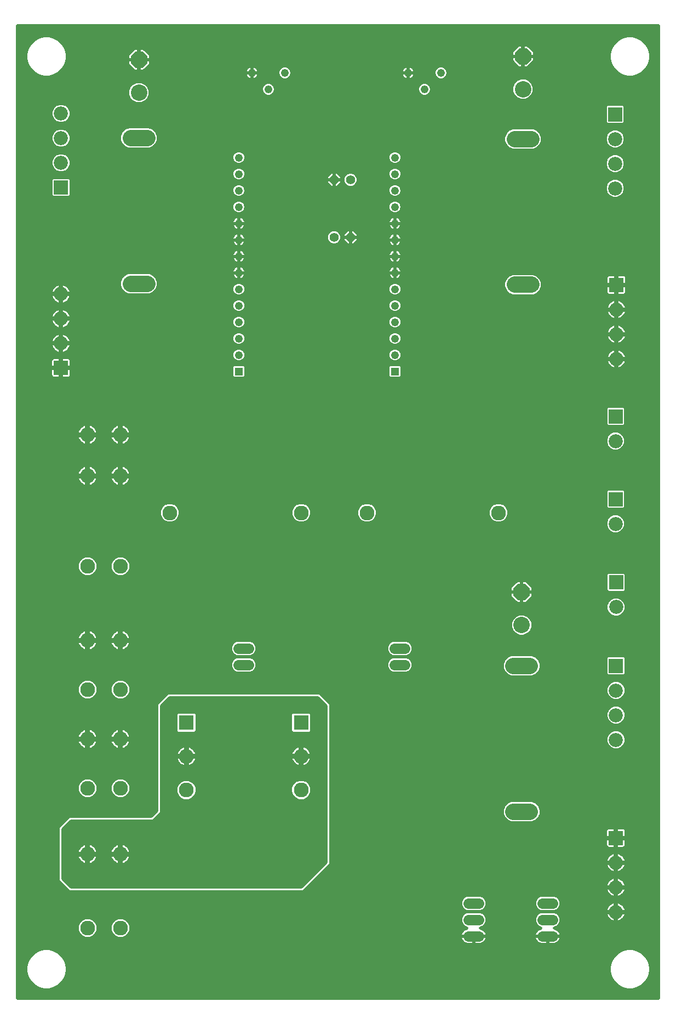
<source format=gbl>
G75*
%MOIN*%
%OFA0B0*%
%FSLAX24Y24*%
%IPPOS*%
%LPD*%
%AMOC8*
5,1,8,0,0,1.08239X$1,22.5*
%
%ADD10R,0.0480X0.0480*%
%ADD11C,0.0480*%
%ADD12R,0.0860X0.0860*%
%ADD13C,0.0860*%
%ADD14C,0.0900*%
%ADD15R,0.0900X0.0900*%
%ADD16C,0.0630*%
%ADD17OC8,0.0550*%
%ADD18C,0.0550*%
%ADD19C,0.1000*%
%ADD20OC8,0.1000*%
%ADD21C,0.1000*%
%ADD22C,0.0200*%
D10*
X017601Y038800D03*
X027101Y038800D03*
D11*
X027101Y039800D03*
X027101Y040800D03*
X027101Y041800D03*
X027101Y042800D03*
X027101Y043800D03*
X027101Y044800D03*
X027101Y045800D03*
X027101Y046800D03*
X027101Y047800D03*
X027101Y048800D03*
X027101Y049800D03*
X027101Y050800D03*
X027101Y051800D03*
X028901Y055950D03*
X029901Y056950D03*
X027901Y056950D03*
X020401Y056950D03*
X019401Y055950D03*
X018401Y056950D03*
X017601Y051800D03*
X017601Y050800D03*
X017601Y049800D03*
X017601Y048800D03*
X017601Y047800D03*
X017601Y046800D03*
X017601Y045800D03*
X017601Y044800D03*
X017601Y043800D03*
X017601Y042800D03*
X017601Y041800D03*
X017601Y040800D03*
X017601Y039800D03*
D12*
X006779Y039014D03*
X006779Y049984D03*
X040503Y054426D03*
X040573Y044056D03*
X040533Y036056D03*
X040533Y031026D03*
X040563Y025976D03*
X040553Y020896D03*
X040543Y010426D03*
D13*
X040543Y008926D03*
X040543Y007426D03*
X040543Y005926D03*
X040553Y016396D03*
X040553Y017896D03*
X040553Y019396D03*
X040563Y024476D03*
X040533Y029526D03*
X040533Y034556D03*
X040573Y039556D03*
X040573Y041056D03*
X040573Y042556D03*
X040503Y049926D03*
X040503Y051426D03*
X040503Y052926D03*
X006779Y052984D03*
X006779Y051484D03*
X006779Y054484D03*
X006779Y043514D03*
X006779Y042014D03*
X006779Y040514D03*
D14*
X008401Y034950D03*
X010401Y034950D03*
X010401Y032450D03*
X008401Y032450D03*
X008401Y026950D03*
X010401Y026950D03*
X013401Y030200D03*
X010401Y022450D03*
X008401Y022450D03*
X008401Y019450D03*
X010401Y019450D03*
X010401Y016450D03*
X008401Y016450D03*
X008401Y013450D03*
X010401Y013450D03*
X010401Y009450D03*
X008401Y009450D03*
X008401Y004950D03*
X010401Y004950D03*
X014411Y013340D03*
X014411Y015390D03*
X021401Y015400D03*
X021401Y013350D03*
X021401Y030200D03*
X025401Y030200D03*
X033401Y030200D03*
D15*
X021401Y017450D03*
X014411Y017440D03*
D16*
X017586Y020950D02*
X018216Y020950D01*
X018216Y021950D02*
X017586Y021950D01*
X027086Y021950D02*
X027716Y021950D01*
X027716Y020950D02*
X027086Y020950D01*
X031586Y006450D02*
X032216Y006450D01*
X032216Y005450D02*
X031586Y005450D01*
X031586Y004450D02*
X032216Y004450D01*
X036086Y004450D02*
X036716Y004450D01*
X036716Y005450D02*
X036086Y005450D01*
X036086Y006450D02*
X036716Y006450D01*
D17*
X024401Y046950D03*
X023401Y050450D03*
D18*
X024401Y050450D03*
X023401Y046950D03*
D19*
X034891Y055960D03*
X011521Y055750D03*
X034811Y023380D03*
D20*
X034811Y025380D03*
X034891Y057960D03*
X011521Y057750D03*
D21*
X012021Y052990D02*
X011021Y052990D01*
X011021Y044130D02*
X012021Y044130D01*
X034401Y044070D02*
X035401Y044070D01*
X035401Y052930D02*
X034401Y052930D01*
X034311Y020890D02*
X035311Y020890D01*
X035311Y012030D02*
X034311Y012030D01*
D22*
X004151Y000700D02*
X004151Y059820D01*
X043143Y059820D01*
X043143Y000700D01*
X004151Y000700D01*
X004151Y000862D02*
X043143Y000862D01*
X043143Y001060D02*
X004151Y001060D01*
X004151Y001259D02*
X005478Y001259D01*
X005415Y001276D02*
X005735Y001190D01*
X006067Y001190D01*
X006387Y001276D01*
X006675Y001442D01*
X006909Y001676D01*
X007075Y001964D01*
X007161Y002284D01*
X007161Y002616D01*
X007075Y002936D01*
X006909Y003224D01*
X006675Y003458D01*
X006387Y003624D01*
X006067Y003710D01*
X005735Y003710D01*
X005415Y003624D01*
X005127Y003458D01*
X004893Y003224D01*
X004727Y002936D01*
X004641Y002616D01*
X004641Y002284D01*
X004727Y001964D01*
X004893Y001676D01*
X005127Y001442D01*
X005415Y001276D01*
X005112Y001457D02*
X004151Y001457D01*
X004151Y001656D02*
X004913Y001656D01*
X004790Y001854D02*
X004151Y001854D01*
X004151Y002053D02*
X004703Y002053D01*
X004650Y002251D02*
X004151Y002251D01*
X004151Y002450D02*
X004641Y002450D01*
X004650Y002649D02*
X004151Y002649D01*
X004151Y002847D02*
X004703Y002847D01*
X004790Y003046D02*
X004151Y003046D01*
X004151Y003244D02*
X004913Y003244D01*
X005112Y003443D02*
X004151Y003443D01*
X004151Y003641D02*
X005478Y003641D01*
X006324Y003641D02*
X040978Y003641D01*
X040915Y003624D02*
X040627Y003458D01*
X040393Y003224D01*
X040227Y002936D01*
X040141Y002616D01*
X040141Y002284D01*
X040227Y001964D01*
X040393Y001676D01*
X040627Y001442D01*
X040915Y001276D01*
X041235Y001190D01*
X041567Y001190D01*
X041887Y001276D01*
X042175Y001442D01*
X042409Y001676D01*
X042575Y001964D01*
X042661Y002284D01*
X042661Y002616D01*
X042575Y002936D01*
X042409Y003224D01*
X042175Y003458D01*
X041887Y003624D01*
X041567Y003710D01*
X041235Y003710D01*
X040915Y003624D01*
X040612Y003443D02*
X006690Y003443D01*
X006889Y003244D02*
X040413Y003244D01*
X040290Y003046D02*
X007012Y003046D01*
X007099Y002847D02*
X040203Y002847D01*
X040150Y002649D02*
X007152Y002649D01*
X007161Y002450D02*
X040141Y002450D01*
X040150Y002251D02*
X007152Y002251D01*
X007099Y002053D02*
X040203Y002053D01*
X040290Y001854D02*
X007012Y001854D01*
X006889Y001656D02*
X040413Y001656D01*
X040612Y001457D02*
X006690Y001457D01*
X006324Y001259D02*
X040978Y001259D01*
X041824Y001259D02*
X043143Y001259D01*
X043143Y001457D02*
X042190Y001457D01*
X042389Y001656D02*
X043143Y001656D01*
X043143Y001854D02*
X042512Y001854D01*
X042599Y002053D02*
X043143Y002053D01*
X043143Y002251D02*
X042652Y002251D01*
X042661Y002450D02*
X043143Y002450D01*
X043143Y002649D02*
X042652Y002649D01*
X042599Y002847D02*
X043143Y002847D01*
X043143Y003046D02*
X042512Y003046D01*
X042389Y003244D02*
X043143Y003244D01*
X043143Y003443D02*
X042190Y003443D01*
X041824Y003641D02*
X043143Y003641D01*
X043143Y003840D02*
X004151Y003840D01*
X004151Y004038D02*
X031277Y004038D01*
X031250Y004057D02*
X031316Y004010D01*
X031388Y003973D01*
X031465Y003948D01*
X031545Y003935D01*
X031896Y003935D01*
X031896Y004445D01*
X031906Y004445D01*
X031906Y004455D01*
X032731Y004455D01*
X032731Y004491D01*
X032718Y004571D01*
X032693Y004648D01*
X032656Y004720D01*
X032609Y004785D01*
X032551Y004843D01*
X032486Y004890D01*
X032414Y004927D01*
X032337Y004952D01*
X032317Y004955D01*
X032497Y005030D01*
X032636Y005169D01*
X032712Y005351D01*
X032712Y005549D01*
X032636Y005731D01*
X032497Y005870D01*
X032315Y005946D01*
X031487Y005946D01*
X031305Y005870D01*
X031166Y005731D01*
X031090Y005549D01*
X031090Y005351D01*
X031166Y005169D01*
X031305Y005030D01*
X031485Y004955D01*
X031465Y004952D01*
X031388Y004927D01*
X031316Y004890D01*
X031250Y004843D01*
X031193Y004785D01*
X031146Y004720D01*
X031109Y004648D01*
X031084Y004571D01*
X031071Y004491D01*
X031071Y004455D01*
X031896Y004455D01*
X031896Y004445D01*
X031071Y004445D01*
X031071Y004409D01*
X031084Y004329D01*
X031109Y004252D01*
X031146Y004180D01*
X031193Y004114D01*
X031250Y004057D01*
X031117Y004237D02*
X004151Y004237D01*
X004151Y004435D02*
X008024Y004435D01*
X008044Y004415D02*
X008276Y004319D01*
X008526Y004319D01*
X008758Y004415D01*
X008936Y004593D01*
X009032Y004825D01*
X009032Y005075D01*
X008936Y005307D01*
X008758Y005485D01*
X008526Y005581D01*
X008276Y005581D01*
X008044Y005485D01*
X007866Y005307D01*
X007770Y005075D01*
X007770Y004825D01*
X007866Y004593D01*
X008044Y004415D01*
X007849Y004634D02*
X004151Y004634D01*
X004151Y004832D02*
X007770Y004832D01*
X007770Y005031D02*
X004151Y005031D01*
X004151Y005229D02*
X007834Y005229D01*
X007987Y005428D02*
X004151Y005428D01*
X004151Y005626D02*
X031122Y005626D01*
X031090Y005428D02*
X010815Y005428D01*
X010758Y005485D02*
X010526Y005581D01*
X010276Y005581D01*
X010044Y005485D01*
X009866Y005307D01*
X009770Y005075D01*
X009770Y004825D01*
X009866Y004593D01*
X010044Y004415D01*
X010276Y004319D01*
X010526Y004319D01*
X010758Y004415D01*
X010936Y004593D01*
X011032Y004825D01*
X011032Y005075D01*
X010936Y005307D01*
X010758Y005485D01*
X010968Y005229D02*
X031141Y005229D01*
X031304Y005031D02*
X011032Y005031D01*
X011032Y004832D02*
X031240Y004832D01*
X031104Y004634D02*
X010953Y004634D01*
X010778Y004435D02*
X031071Y004435D01*
X031896Y004435D02*
X031906Y004435D01*
X031906Y004445D02*
X031906Y003935D01*
X032257Y003935D01*
X032337Y003948D01*
X032414Y003973D01*
X032486Y004010D01*
X032551Y004057D01*
X032609Y004114D01*
X032656Y004180D01*
X032693Y004252D01*
X032718Y004329D01*
X032731Y004409D01*
X032731Y004445D01*
X031906Y004445D01*
X031896Y004237D02*
X031906Y004237D01*
X031896Y004038D02*
X031906Y004038D01*
X032525Y004038D02*
X035777Y004038D01*
X035750Y004057D02*
X035816Y004010D01*
X035888Y003973D01*
X035965Y003948D01*
X036045Y003935D01*
X036396Y003935D01*
X036396Y004445D01*
X036406Y004445D01*
X036406Y004455D01*
X037231Y004455D01*
X037231Y004491D01*
X037218Y004571D01*
X037193Y004648D01*
X037156Y004720D01*
X037109Y004785D01*
X037051Y004843D01*
X036986Y004890D01*
X036914Y004927D01*
X036837Y004952D01*
X036817Y004955D01*
X036997Y005030D01*
X037136Y005169D01*
X037212Y005351D01*
X037212Y005549D01*
X037136Y005731D01*
X036997Y005870D01*
X036815Y005946D01*
X035987Y005946D01*
X035805Y005870D01*
X035666Y005731D01*
X035590Y005549D01*
X035590Y005351D01*
X035666Y005169D01*
X035805Y005030D01*
X035985Y004955D01*
X035965Y004952D01*
X035888Y004927D01*
X035816Y004890D01*
X035750Y004843D01*
X035693Y004785D01*
X035646Y004720D01*
X035609Y004648D01*
X035584Y004571D01*
X035571Y004491D01*
X035571Y004455D01*
X036396Y004455D01*
X036396Y004445D01*
X035571Y004445D01*
X035571Y004409D01*
X035584Y004329D01*
X035609Y004252D01*
X035646Y004180D01*
X035693Y004114D01*
X035750Y004057D01*
X035617Y004237D02*
X032685Y004237D01*
X032731Y004435D02*
X035571Y004435D01*
X035604Y004634D02*
X032698Y004634D01*
X032562Y004832D02*
X035740Y004832D01*
X035804Y005031D02*
X032498Y005031D01*
X032661Y005229D02*
X035641Y005229D01*
X035590Y005428D02*
X032712Y005428D01*
X032680Y005626D02*
X035622Y005626D01*
X035759Y005825D02*
X032543Y005825D01*
X032480Y006023D02*
X035821Y006023D01*
X035805Y006030D02*
X035987Y005954D01*
X036815Y005954D01*
X036997Y006030D01*
X037136Y006169D01*
X037212Y006351D01*
X037212Y006549D01*
X037136Y006731D01*
X036997Y006870D01*
X036815Y006946D01*
X035987Y006946D01*
X035805Y006870D01*
X035666Y006731D01*
X035590Y006549D01*
X035590Y006351D01*
X035666Y006169D01*
X035805Y006030D01*
X035644Y006222D02*
X032658Y006222D01*
X032636Y006169D02*
X032712Y006351D01*
X032712Y006549D01*
X032636Y006731D01*
X032497Y006870D01*
X032315Y006946D01*
X031487Y006946D01*
X031305Y006870D01*
X031166Y006731D01*
X031090Y006549D01*
X031090Y006351D01*
X031166Y006169D01*
X031305Y006030D01*
X031487Y005954D01*
X032315Y005954D01*
X032497Y006030D01*
X032636Y006169D01*
X032712Y006420D02*
X035590Y006420D01*
X035619Y006619D02*
X032683Y006619D01*
X032550Y006817D02*
X035752Y006817D01*
X037050Y006817D02*
X040380Y006817D01*
X040396Y006812D02*
X040494Y006796D01*
X040513Y006796D01*
X040513Y007396D01*
X039913Y007396D01*
X039913Y007377D01*
X039929Y007279D01*
X039960Y007185D01*
X040005Y007096D01*
X040063Y007016D01*
X040133Y006946D01*
X040213Y006888D01*
X040302Y006843D01*
X040396Y006812D01*
X040513Y006817D02*
X040573Y006817D01*
X040573Y006796D02*
X040593Y006796D01*
X040691Y006812D01*
X040785Y006843D01*
X040874Y006888D01*
X040954Y006946D01*
X041024Y007016D01*
X041082Y007096D01*
X041127Y007185D01*
X041158Y007279D01*
X041173Y007377D01*
X041173Y007396D01*
X040573Y007396D01*
X040573Y006796D01*
X040707Y006817D02*
X043143Y006817D01*
X043143Y006619D02*
X037183Y006619D01*
X037212Y006420D02*
X040151Y006420D01*
X040133Y006407D02*
X040063Y006337D01*
X040005Y006257D01*
X039960Y006168D01*
X039929Y006074D01*
X039913Y005976D01*
X039913Y005956D01*
X040513Y005956D01*
X040513Y005896D01*
X039913Y005896D01*
X039913Y005877D01*
X039929Y005779D01*
X039960Y005685D01*
X040005Y005596D01*
X040063Y005516D01*
X040133Y005446D01*
X040213Y005388D01*
X040302Y005343D01*
X040396Y005312D01*
X040494Y005296D01*
X040513Y005296D01*
X040513Y005896D01*
X040573Y005896D01*
X040573Y005296D01*
X040593Y005296D01*
X040691Y005312D01*
X040785Y005343D01*
X040874Y005388D01*
X040954Y005446D01*
X041024Y005516D01*
X041082Y005596D01*
X041127Y005685D01*
X041158Y005779D01*
X041173Y005877D01*
X041173Y005896D01*
X040573Y005896D01*
X040573Y005956D01*
X040513Y005956D01*
X040513Y006556D01*
X040494Y006556D01*
X040396Y006541D01*
X040302Y006510D01*
X040213Y006465D01*
X040133Y006407D01*
X039987Y006222D02*
X037158Y006222D01*
X036980Y006023D02*
X039921Y006023D01*
X039922Y005825D02*
X037043Y005825D01*
X037180Y005626D02*
X039989Y005626D01*
X040158Y005428D02*
X037212Y005428D01*
X037161Y005229D02*
X043143Y005229D01*
X043143Y005031D02*
X036998Y005031D01*
X037062Y004832D02*
X043143Y004832D01*
X043143Y004634D02*
X037198Y004634D01*
X037231Y004445D02*
X036406Y004445D01*
X036406Y003935D01*
X036757Y003935D01*
X036837Y003948D01*
X036914Y003973D01*
X036986Y004010D01*
X037051Y004057D01*
X037109Y004114D01*
X037156Y004180D01*
X037193Y004252D01*
X037218Y004329D01*
X037231Y004409D01*
X037231Y004445D01*
X037231Y004435D02*
X043143Y004435D01*
X043143Y004237D02*
X037185Y004237D01*
X037025Y004038D02*
X043143Y004038D01*
X043143Y005428D02*
X040929Y005428D01*
X041097Y005626D02*
X043143Y005626D01*
X043143Y005825D02*
X041165Y005825D01*
X041173Y005956D02*
X041173Y005976D01*
X041158Y006074D01*
X041127Y006168D01*
X041082Y006257D01*
X041024Y006337D01*
X040954Y006407D01*
X040874Y006465D01*
X040785Y006510D01*
X040691Y006541D01*
X040593Y006556D01*
X040573Y006556D01*
X040573Y005956D01*
X041173Y005956D01*
X041166Y006023D02*
X043143Y006023D01*
X043143Y006222D02*
X041100Y006222D01*
X040936Y006420D02*
X043143Y006420D01*
X043143Y007016D02*
X041024Y007016D01*
X041137Y007214D02*
X043143Y007214D01*
X043143Y007413D02*
X040573Y007413D01*
X040573Y007396D02*
X040573Y007456D01*
X040513Y007456D01*
X040513Y007396D01*
X040573Y007396D01*
X040573Y007456D02*
X041173Y007456D01*
X041173Y007476D01*
X041158Y007574D01*
X041127Y007668D01*
X041082Y007757D01*
X041024Y007837D01*
X040954Y007907D01*
X040874Y007965D01*
X040785Y008010D01*
X040691Y008041D01*
X040593Y008056D01*
X040573Y008056D01*
X040573Y007456D01*
X040513Y007456D02*
X040513Y008056D01*
X040494Y008056D01*
X040396Y008041D01*
X040302Y008010D01*
X040213Y007965D01*
X040133Y007907D01*
X040063Y007837D01*
X040005Y007757D01*
X039960Y007668D01*
X039929Y007574D01*
X039913Y007476D01*
X039913Y007456D01*
X040513Y007456D01*
X040513Y007413D02*
X021788Y007413D01*
X021655Y007280D02*
X021571Y007196D01*
X021461Y007150D01*
X007341Y007150D01*
X007231Y007196D01*
X006731Y007696D01*
X006647Y007780D01*
X006601Y007890D01*
X006601Y011010D01*
X006647Y011120D01*
X007147Y011620D01*
X007231Y011704D01*
X007341Y011750D01*
X012277Y011750D01*
X012601Y012074D01*
X012601Y018510D01*
X012647Y018620D01*
X012731Y018704D01*
X012731Y018704D01*
X013147Y019120D01*
X013231Y019204D01*
X013341Y019250D01*
X022461Y019250D01*
X022571Y019204D01*
X023071Y018704D01*
X023155Y018620D01*
X023201Y018510D01*
X023201Y008890D01*
X023155Y008780D01*
X021655Y007280D01*
X021589Y007214D02*
X039950Y007214D01*
X040063Y007016D02*
X004151Y007016D01*
X004151Y007214D02*
X007213Y007214D01*
X007014Y007413D02*
X004151Y007413D01*
X004151Y007611D02*
X006816Y007611D01*
X006634Y007810D02*
X004151Y007810D01*
X004151Y008008D02*
X006601Y008008D01*
X006601Y008207D02*
X004151Y008207D01*
X004151Y008405D02*
X006601Y008405D01*
X006601Y008604D02*
X004151Y008604D01*
X004151Y008802D02*
X006601Y008802D01*
X006601Y009001D02*
X004151Y009001D01*
X004151Y009199D02*
X006601Y009199D01*
X006601Y009398D02*
X004151Y009398D01*
X004151Y009596D02*
X006601Y009596D01*
X006601Y009795D02*
X004151Y009795D01*
X004151Y009993D02*
X006601Y009993D01*
X006601Y010192D02*
X004151Y010192D01*
X004151Y010390D02*
X006601Y010390D01*
X006601Y010589D02*
X004151Y010589D01*
X004151Y010787D02*
X006601Y010787D01*
X006601Y010986D02*
X004151Y010986D01*
X004151Y011184D02*
X006711Y011184D01*
X006909Y011383D02*
X004151Y011383D01*
X004151Y011581D02*
X007108Y011581D01*
X007333Y011383D02*
X022901Y011383D01*
X022901Y011581D02*
X012532Y011581D01*
X012401Y011450D02*
X012901Y011950D01*
X012901Y018450D01*
X013401Y018950D01*
X022401Y018950D01*
X022901Y018450D01*
X022901Y008950D01*
X021401Y007450D01*
X007401Y007450D01*
X006901Y007950D01*
X006901Y010950D01*
X007401Y011450D01*
X012401Y011450D01*
X012306Y011780D02*
X004151Y011780D01*
X004151Y011978D02*
X012505Y011978D01*
X012601Y012177D02*
X004151Y012177D01*
X004151Y012375D02*
X012601Y012375D01*
X012601Y012574D02*
X004151Y012574D01*
X004151Y012772D02*
X012601Y012772D01*
X012601Y012971D02*
X010813Y012971D01*
X010758Y012915D02*
X010936Y013093D01*
X011032Y013325D01*
X011032Y013575D01*
X010936Y013807D01*
X010758Y013985D01*
X010526Y014081D01*
X010276Y014081D01*
X010044Y013985D01*
X009866Y013807D01*
X009770Y013575D01*
X009770Y013325D01*
X009866Y013093D01*
X010044Y012915D01*
X010276Y012819D01*
X010526Y012819D01*
X010758Y012915D01*
X010967Y013169D02*
X012601Y013169D01*
X012601Y013368D02*
X011032Y013368D01*
X011032Y013566D02*
X012601Y013566D01*
X012601Y013765D02*
X010953Y013765D01*
X010780Y013963D02*
X012601Y013963D01*
X012601Y014162D02*
X004151Y014162D01*
X004151Y014360D02*
X012601Y014360D01*
X012601Y014559D02*
X004151Y014559D01*
X004151Y014757D02*
X012601Y014757D01*
X012601Y014956D02*
X004151Y014956D01*
X004151Y015154D02*
X012601Y015154D01*
X012601Y015353D02*
X004151Y015353D01*
X004151Y015551D02*
X012601Y015551D01*
X012601Y015750D02*
X004151Y015750D01*
X004151Y015948D02*
X007987Y015948D01*
X007971Y015960D02*
X008039Y015908D01*
X008113Y015866D01*
X008192Y015833D01*
X008274Y015811D01*
X008351Y015801D01*
X008351Y016400D01*
X008451Y016400D01*
X008451Y016500D01*
X009050Y016500D01*
X009040Y016577D01*
X009018Y016659D01*
X008985Y016738D01*
X008943Y016812D01*
X008891Y016879D01*
X008830Y016940D01*
X008763Y016992D01*
X008689Y017034D01*
X008610Y017067D01*
X008528Y017089D01*
X008451Y017099D01*
X008451Y016500D01*
X008351Y016500D01*
X008351Y017099D01*
X008274Y017089D01*
X008192Y017067D01*
X008113Y017034D01*
X008039Y016992D01*
X007971Y016940D01*
X007911Y016879D01*
X007859Y016812D01*
X007817Y016738D01*
X007784Y016659D01*
X007762Y016577D01*
X007752Y016500D01*
X008351Y016500D01*
X008351Y016400D01*
X007752Y016400D01*
X007762Y016323D01*
X007784Y016241D01*
X007817Y016162D01*
X007859Y016088D01*
X007911Y016021D01*
X007971Y015960D01*
X007826Y016147D02*
X004151Y016147D01*
X004151Y016345D02*
X007759Y016345D01*
X007758Y016544D02*
X004151Y016544D01*
X004151Y016742D02*
X007819Y016742D01*
X007972Y016941D02*
X004151Y016941D01*
X004151Y017139D02*
X012601Y017139D01*
X012601Y016941D02*
X010829Y016941D01*
X010830Y016940D02*
X010763Y016992D01*
X010689Y017034D01*
X010610Y017067D01*
X010528Y017089D01*
X010451Y017099D01*
X010451Y016500D01*
X011050Y016500D01*
X011040Y016577D01*
X011018Y016659D01*
X010985Y016738D01*
X010943Y016812D01*
X010891Y016879D01*
X010830Y016940D01*
X010983Y016742D02*
X012601Y016742D01*
X012601Y016544D02*
X011044Y016544D01*
X011050Y016400D02*
X010451Y016400D01*
X010451Y016500D01*
X010351Y016500D01*
X010351Y017099D01*
X010274Y017089D01*
X010192Y017067D01*
X010113Y017034D01*
X010039Y016992D01*
X009971Y016940D01*
X009911Y016879D01*
X009859Y016812D01*
X009817Y016738D01*
X009784Y016659D01*
X009762Y016577D01*
X009752Y016500D01*
X010351Y016500D01*
X010351Y016400D01*
X010451Y016400D01*
X010451Y015801D01*
X010528Y015811D01*
X010610Y015833D01*
X010689Y015866D01*
X010763Y015908D01*
X010830Y015960D01*
X010891Y016021D01*
X010943Y016088D01*
X010985Y016162D01*
X011018Y016241D01*
X011040Y016323D01*
X011050Y016400D01*
X011043Y016345D02*
X012601Y016345D01*
X012601Y016147D02*
X010976Y016147D01*
X010815Y015948D02*
X012601Y015948D01*
X012901Y015948D02*
X014077Y015948D01*
X014049Y015932D02*
X013981Y015880D01*
X013921Y015819D01*
X013869Y015752D01*
X013827Y015678D01*
X013794Y015599D01*
X013772Y015517D01*
X013762Y015440D01*
X014361Y015440D01*
X014361Y016039D01*
X014284Y016029D01*
X014202Y016007D01*
X014123Y015974D01*
X014049Y015932D01*
X013868Y015750D02*
X012901Y015750D01*
X012901Y015551D02*
X013781Y015551D01*
X013762Y015340D02*
X013772Y015263D01*
X013794Y015181D01*
X013827Y015102D01*
X013869Y015028D01*
X013921Y014961D01*
X013981Y014900D01*
X014049Y014848D01*
X014123Y014806D01*
X014202Y014773D01*
X014284Y014751D01*
X014361Y014741D01*
X014361Y015340D01*
X014461Y015340D01*
X014461Y015440D01*
X015060Y015440D01*
X015050Y015517D01*
X015028Y015599D01*
X014995Y015678D01*
X014953Y015752D01*
X014901Y015819D01*
X014840Y015880D01*
X014773Y015932D01*
X014699Y015974D01*
X014620Y016007D01*
X014538Y016029D01*
X014461Y016039D01*
X014461Y015440D01*
X014361Y015440D01*
X014361Y015340D01*
X013762Y015340D01*
X013805Y015154D02*
X012901Y015154D01*
X012901Y014956D02*
X013926Y014956D01*
X014262Y014757D02*
X012901Y014757D01*
X012901Y014559D02*
X022901Y014559D01*
X022901Y014757D02*
X021497Y014757D01*
X021528Y014761D02*
X021610Y014783D01*
X021689Y014816D01*
X021763Y014858D01*
X021830Y014910D01*
X021891Y014971D01*
X021943Y015038D01*
X021985Y015112D01*
X022018Y015191D01*
X022040Y015273D01*
X022050Y015350D01*
X021451Y015350D01*
X021451Y015450D01*
X022050Y015450D01*
X022040Y015527D01*
X022018Y015609D01*
X021985Y015688D01*
X021943Y015762D01*
X021891Y015829D01*
X021830Y015890D01*
X021763Y015942D01*
X021689Y015984D01*
X021610Y016017D01*
X021528Y016039D01*
X021451Y016049D01*
X021451Y015450D01*
X021351Y015450D01*
X021351Y016049D01*
X021274Y016039D01*
X021192Y016017D01*
X021113Y015984D01*
X021039Y015942D01*
X020971Y015890D01*
X020911Y015829D01*
X020859Y015762D01*
X020817Y015688D01*
X020784Y015609D01*
X020762Y015527D01*
X020752Y015450D01*
X021351Y015450D01*
X021351Y015350D01*
X021451Y015350D01*
X021451Y014751D01*
X021528Y014761D01*
X021451Y014757D02*
X021351Y014757D01*
X021351Y014751D02*
X021351Y015350D01*
X020752Y015350D01*
X020762Y015273D01*
X020784Y015191D01*
X020817Y015112D01*
X020859Y015038D01*
X020911Y014971D01*
X020971Y014910D01*
X021039Y014858D01*
X021113Y014816D01*
X021192Y014783D01*
X021274Y014761D01*
X021351Y014751D01*
X021305Y014757D02*
X014560Y014757D01*
X014538Y014751D02*
X014620Y014773D01*
X014699Y014806D01*
X014773Y014848D01*
X014840Y014900D01*
X014901Y014961D01*
X014953Y015028D01*
X014995Y015102D01*
X015028Y015181D01*
X015050Y015263D01*
X015060Y015340D01*
X014461Y015340D01*
X014461Y014741D01*
X014538Y014751D01*
X014461Y014757D02*
X014361Y014757D01*
X014361Y014956D02*
X014461Y014956D01*
X014461Y015154D02*
X014361Y015154D01*
X014361Y015353D02*
X012901Y015353D01*
X012901Y016147D02*
X022901Y016147D01*
X022901Y016345D02*
X012901Y016345D01*
X012901Y016544D02*
X022901Y016544D01*
X022901Y016742D02*
X012901Y016742D01*
X012901Y016941D02*
X013761Y016941D01*
X013761Y016907D02*
X013878Y016790D01*
X014944Y016790D01*
X015061Y016907D01*
X015061Y017973D01*
X014944Y018090D01*
X013878Y018090D01*
X013761Y017973D01*
X013761Y016907D01*
X013761Y017139D02*
X012901Y017139D01*
X012901Y017338D02*
X013761Y017338D01*
X013761Y017536D02*
X012901Y017536D01*
X012901Y017735D02*
X013761Y017735D01*
X013761Y017933D02*
X012901Y017933D01*
X012901Y018132D02*
X022901Y018132D01*
X022901Y018330D02*
X012901Y018330D01*
X012980Y018529D02*
X022822Y018529D01*
X022624Y018727D02*
X013178Y018727D01*
X013377Y018926D02*
X022425Y018926D01*
X022651Y019124D02*
X040005Y019124D01*
X040036Y019050D02*
X040207Y018879D01*
X040432Y018786D01*
X040675Y018786D01*
X040899Y018879D01*
X041071Y019050D01*
X041164Y019275D01*
X041164Y019518D01*
X041071Y019742D01*
X040899Y019914D01*
X040675Y020007D01*
X040432Y020007D01*
X040207Y019914D01*
X040036Y019742D01*
X039943Y019518D01*
X039943Y019275D01*
X040036Y019050D01*
X040161Y018926D02*
X022850Y018926D01*
X023048Y018727D02*
X043143Y018727D01*
X043143Y018529D02*
X023193Y018529D01*
X023201Y018330D02*
X040123Y018330D01*
X040207Y018414D02*
X040036Y018242D01*
X039943Y018018D01*
X039943Y017775D01*
X040036Y017550D01*
X040207Y017379D01*
X040432Y017286D01*
X040675Y017286D01*
X040899Y017379D01*
X041071Y017550D01*
X041164Y017775D01*
X041164Y018018D01*
X041071Y018242D01*
X040899Y018414D01*
X040675Y018507D01*
X040432Y018507D01*
X040207Y018414D01*
X039990Y018132D02*
X023201Y018132D01*
X023201Y017933D02*
X039943Y017933D01*
X039959Y017735D02*
X023201Y017735D01*
X023201Y017536D02*
X040050Y017536D01*
X040307Y017338D02*
X023201Y017338D01*
X023201Y017139D02*
X043143Y017139D01*
X043143Y016941D02*
X040836Y016941D01*
X040899Y016914D02*
X040675Y017007D01*
X040432Y017007D01*
X040207Y016914D01*
X040036Y016742D01*
X023201Y016742D01*
X023201Y016544D02*
X039953Y016544D01*
X039943Y016518D02*
X039943Y016275D01*
X040036Y016050D01*
X040207Y015879D01*
X040432Y015786D01*
X040675Y015786D01*
X040899Y015879D01*
X041071Y016050D01*
X041164Y016275D01*
X041164Y016518D01*
X041071Y016742D01*
X043143Y016742D01*
X043143Y016544D02*
X041154Y016544D01*
X041164Y016345D02*
X043143Y016345D01*
X043143Y016147D02*
X041111Y016147D01*
X040969Y015948D02*
X043143Y015948D01*
X043143Y015750D02*
X023201Y015750D01*
X023201Y015948D02*
X040138Y015948D01*
X039996Y016147D02*
X023201Y016147D01*
X023201Y016345D02*
X039943Y016345D01*
X039943Y016518D02*
X040036Y016742D01*
X040271Y016941D02*
X023201Y016941D01*
X022901Y016941D02*
X022051Y016941D01*
X022051Y016917D02*
X022051Y017983D01*
X021934Y018100D01*
X020868Y018100D01*
X020751Y017983D01*
X020751Y016917D01*
X020868Y016800D01*
X021934Y016800D01*
X022051Y016917D01*
X022051Y017139D02*
X022901Y017139D01*
X022901Y017338D02*
X022051Y017338D01*
X022051Y017536D02*
X022901Y017536D01*
X022901Y017735D02*
X022051Y017735D01*
X022051Y017933D02*
X022901Y017933D01*
X022901Y015948D02*
X021752Y015948D01*
X021950Y015750D02*
X022901Y015750D01*
X022901Y015551D02*
X022033Y015551D01*
X022003Y015154D02*
X022901Y015154D01*
X022901Y014956D02*
X021876Y014956D01*
X021451Y014956D02*
X021351Y014956D01*
X021351Y015154D02*
X021451Y015154D01*
X021451Y015353D02*
X022901Y015353D01*
X023201Y015353D02*
X043143Y015353D01*
X043143Y015551D02*
X023201Y015551D01*
X023201Y015154D02*
X043143Y015154D01*
X043143Y014956D02*
X023201Y014956D01*
X023201Y014757D02*
X043143Y014757D01*
X043143Y014559D02*
X023201Y014559D01*
X023201Y014360D02*
X043143Y014360D01*
X043143Y014162D02*
X023201Y014162D01*
X023201Y013963D02*
X043143Y013963D01*
X043143Y013765D02*
X023201Y013765D01*
X023201Y013566D02*
X043143Y013566D01*
X043143Y013368D02*
X023201Y013368D01*
X023201Y013169D02*
X043143Y013169D01*
X043143Y012971D02*
X023201Y012971D01*
X023201Y012772D02*
X043143Y012772D01*
X043143Y012574D02*
X035730Y012574D01*
X035697Y012607D02*
X035446Y012711D01*
X034176Y012711D01*
X033925Y012607D01*
X033734Y012416D01*
X033630Y012165D01*
X033630Y011895D01*
X033734Y011644D01*
X033925Y011453D01*
X034176Y011349D01*
X035446Y011349D01*
X035697Y011453D01*
X035888Y011644D01*
X035992Y011895D01*
X035992Y012165D01*
X035888Y012416D01*
X035697Y012607D01*
X035905Y012375D02*
X043143Y012375D01*
X043143Y012177D02*
X035987Y012177D01*
X035992Y011978D02*
X043143Y011978D01*
X043143Y011780D02*
X035944Y011780D01*
X035825Y011581D02*
X043143Y011581D01*
X043143Y011383D02*
X035527Y011383D01*
X034095Y011383D02*
X023201Y011383D01*
X023201Y011581D02*
X033797Y011581D01*
X033678Y011780D02*
X023201Y011780D01*
X023201Y011978D02*
X033630Y011978D01*
X033635Y012177D02*
X023201Y012177D01*
X023201Y012375D02*
X033717Y012375D01*
X033892Y012574D02*
X023201Y012574D01*
X022901Y012574D02*
X012901Y012574D01*
X012901Y012772D02*
X014084Y012772D01*
X014043Y012789D02*
X014282Y012690D01*
X014540Y012690D01*
X014779Y012789D01*
X014962Y012972D01*
X015061Y013211D01*
X015061Y013469D01*
X014962Y013708D01*
X014779Y013891D01*
X014540Y013990D01*
X014282Y013990D01*
X014043Y013891D01*
X013860Y013708D01*
X013761Y013469D01*
X013761Y013211D01*
X013860Y012972D01*
X014043Y012789D01*
X013861Y012971D02*
X012901Y012971D01*
X012901Y013169D02*
X013778Y013169D01*
X013761Y013368D02*
X012901Y013368D01*
X012901Y013566D02*
X013801Y013566D01*
X013916Y013765D02*
X012901Y013765D01*
X012901Y013963D02*
X014217Y013963D01*
X014605Y013963D02*
X021182Y013963D01*
X021272Y014000D02*
X021033Y013901D01*
X020850Y013718D01*
X020751Y013479D01*
X020751Y013221D01*
X020850Y012982D01*
X021033Y012799D01*
X021272Y012700D01*
X021530Y012700D01*
X021769Y012799D01*
X021952Y012982D01*
X022051Y013221D01*
X022051Y013479D01*
X021952Y013718D01*
X021769Y013901D01*
X021530Y014000D01*
X021272Y014000D01*
X021620Y013963D02*
X022901Y013963D01*
X022901Y013765D02*
X021906Y013765D01*
X022015Y013566D02*
X022901Y013566D01*
X022901Y013368D02*
X022051Y013368D01*
X022030Y013169D02*
X022901Y013169D01*
X022901Y012971D02*
X021941Y012971D01*
X021704Y012772D02*
X022901Y012772D01*
X022901Y012375D02*
X012901Y012375D01*
X012901Y012177D02*
X022901Y012177D01*
X022901Y011978D02*
X012901Y011978D01*
X012730Y011780D02*
X022901Y011780D01*
X022901Y011184D02*
X007135Y011184D01*
X006936Y010986D02*
X022901Y010986D01*
X022901Y010787D02*
X006901Y010787D01*
X006901Y010589D02*
X022901Y010589D01*
X022901Y010390D02*
X006901Y010390D01*
X006901Y010192D02*
X022901Y010192D01*
X022901Y009993D02*
X010760Y009993D01*
X010763Y009992D02*
X010689Y010034D01*
X010610Y010067D01*
X010528Y010089D01*
X010451Y010099D01*
X010451Y009500D01*
X011050Y009500D01*
X011040Y009577D01*
X011018Y009659D01*
X010985Y009738D01*
X010943Y009812D01*
X010891Y009879D01*
X010830Y009940D01*
X010763Y009992D01*
X010953Y009795D02*
X022901Y009795D01*
X022901Y009596D02*
X011035Y009596D01*
X011050Y009400D02*
X010451Y009400D01*
X010451Y009500D01*
X010351Y009500D01*
X010351Y010099D01*
X010274Y010089D01*
X010192Y010067D01*
X010113Y010034D01*
X010039Y009992D01*
X009971Y009940D01*
X009911Y009879D01*
X009859Y009812D01*
X009817Y009738D01*
X009784Y009659D01*
X009762Y009577D01*
X009752Y009500D01*
X010351Y009500D01*
X010351Y009400D01*
X010451Y009400D01*
X010451Y008801D01*
X010528Y008811D01*
X010610Y008833D01*
X010689Y008866D01*
X010763Y008908D01*
X010830Y008960D01*
X010891Y009021D01*
X010943Y009088D01*
X010985Y009162D01*
X011018Y009241D01*
X011040Y009323D01*
X011050Y009400D01*
X011050Y009398D02*
X022901Y009398D01*
X022901Y009199D02*
X011001Y009199D01*
X010871Y009001D02*
X022901Y009001D01*
X022753Y008802D02*
X010459Y008802D01*
X010451Y008802D02*
X010351Y008802D01*
X010351Y008801D02*
X010351Y009400D01*
X009752Y009400D01*
X009762Y009323D01*
X009784Y009241D01*
X009817Y009162D01*
X009859Y009088D01*
X009911Y009021D01*
X009971Y008960D01*
X010039Y008908D01*
X010113Y008866D01*
X010192Y008833D01*
X010274Y008811D01*
X010351Y008801D01*
X010343Y008802D02*
X008459Y008802D01*
X008451Y008802D02*
X008351Y008802D01*
X008351Y008801D02*
X008351Y009400D01*
X008451Y009400D01*
X008451Y009500D01*
X009050Y009500D01*
X009040Y009577D01*
X009018Y009659D01*
X008985Y009738D01*
X008943Y009812D01*
X008891Y009879D01*
X008830Y009940D01*
X008763Y009992D01*
X008689Y010034D01*
X008610Y010067D01*
X008528Y010089D01*
X008451Y010099D01*
X008451Y009500D01*
X008351Y009500D01*
X008351Y010099D01*
X008274Y010089D01*
X008192Y010067D01*
X008113Y010034D01*
X008039Y009992D01*
X007971Y009940D01*
X007911Y009879D01*
X007859Y009812D01*
X007817Y009738D01*
X007784Y009659D01*
X007762Y009577D01*
X007752Y009500D01*
X008351Y009500D01*
X008351Y009400D01*
X007752Y009400D01*
X007762Y009323D01*
X007784Y009241D01*
X007817Y009162D01*
X007859Y009088D01*
X007911Y009021D01*
X007971Y008960D01*
X008039Y008908D01*
X008113Y008866D01*
X008192Y008833D01*
X008274Y008811D01*
X008351Y008801D01*
X008343Y008802D02*
X006901Y008802D01*
X006901Y008604D02*
X022554Y008604D01*
X022356Y008405D02*
X006901Y008405D01*
X006901Y008207D02*
X022157Y008207D01*
X021959Y008008D02*
X006901Y008008D01*
X007041Y007810D02*
X021760Y007810D01*
X021562Y007611D02*
X007240Y007611D01*
X006901Y009001D02*
X007931Y009001D01*
X007801Y009199D02*
X006901Y009199D01*
X006901Y009398D02*
X007752Y009398D01*
X007767Y009596D02*
X006901Y009596D01*
X006901Y009795D02*
X007849Y009795D01*
X008042Y009993D02*
X006901Y009993D01*
X008351Y009993D02*
X008451Y009993D01*
X008451Y009795D02*
X008351Y009795D01*
X008351Y009596D02*
X008451Y009596D01*
X008451Y009400D02*
X009050Y009400D01*
X009040Y009323D01*
X009018Y009241D01*
X008985Y009162D01*
X008943Y009088D01*
X008891Y009021D01*
X008830Y008960D01*
X008763Y008908D01*
X008689Y008866D01*
X008610Y008833D01*
X008528Y008811D01*
X008451Y008801D01*
X008451Y009400D01*
X008451Y009398D02*
X008351Y009398D01*
X008351Y009199D02*
X008451Y009199D01*
X008451Y009001D02*
X008351Y009001D01*
X008871Y009001D02*
X009931Y009001D01*
X009801Y009199D02*
X009001Y009199D01*
X009050Y009398D02*
X009752Y009398D01*
X009767Y009596D02*
X009035Y009596D01*
X008953Y009795D02*
X009849Y009795D01*
X010042Y009993D02*
X008760Y009993D01*
X010351Y009993D02*
X010451Y009993D01*
X010451Y009795D02*
X010351Y009795D01*
X010351Y009596D02*
X010451Y009596D01*
X010451Y009398D02*
X010351Y009398D01*
X010351Y009199D02*
X010451Y009199D01*
X010451Y009001D02*
X010351Y009001D01*
X009987Y005428D02*
X008815Y005428D01*
X008968Y005229D02*
X009834Y005229D01*
X009770Y005031D02*
X009032Y005031D01*
X009032Y004832D02*
X009770Y004832D01*
X009849Y004634D02*
X008953Y004634D01*
X008778Y004435D02*
X010024Y004435D01*
X004151Y005825D02*
X031259Y005825D01*
X031321Y006023D02*
X004151Y006023D01*
X004151Y006222D02*
X031144Y006222D01*
X031090Y006420D02*
X004151Y006420D01*
X004151Y006619D02*
X031119Y006619D01*
X031252Y006817D02*
X004151Y006817D01*
X004151Y012971D02*
X007989Y012971D01*
X008044Y012915D02*
X008276Y012819D01*
X008526Y012819D01*
X008758Y012915D01*
X008936Y013093D01*
X009032Y013325D01*
X009032Y013575D01*
X008936Y013807D01*
X008758Y013985D01*
X008526Y014081D01*
X008276Y014081D01*
X008044Y013985D01*
X007866Y013807D01*
X007770Y013575D01*
X007770Y013325D01*
X007866Y013093D01*
X008044Y012915D01*
X007835Y013169D02*
X004151Y013169D01*
X004151Y013368D02*
X007770Y013368D01*
X007770Y013566D02*
X004151Y013566D01*
X004151Y013765D02*
X007849Y013765D01*
X008022Y013963D02*
X004151Y013963D01*
X004151Y017338D02*
X012601Y017338D01*
X012601Y017536D02*
X004151Y017536D01*
X004151Y017735D02*
X012601Y017735D01*
X012601Y017933D02*
X004151Y017933D01*
X004151Y018132D02*
X012601Y018132D01*
X012601Y018330D02*
X004151Y018330D01*
X004151Y018529D02*
X012609Y018529D01*
X012754Y018727D02*
X004151Y018727D01*
X004151Y018926D02*
X008034Y018926D01*
X008044Y018915D02*
X008276Y018819D01*
X008526Y018819D01*
X008758Y018915D01*
X008936Y019093D01*
X009032Y019325D01*
X009032Y019575D01*
X008936Y019807D01*
X008758Y019985D01*
X008526Y020081D01*
X008276Y020081D01*
X008044Y019985D01*
X007866Y019807D01*
X007770Y019575D01*
X007770Y019325D01*
X007866Y019093D01*
X008044Y018915D01*
X007853Y019124D02*
X004151Y019124D01*
X004151Y019323D02*
X007771Y019323D01*
X007770Y019521D02*
X004151Y019521D01*
X004151Y019720D02*
X007830Y019720D01*
X007977Y019918D02*
X004151Y019918D01*
X004151Y020117D02*
X043143Y020117D01*
X043143Y020315D02*
X041088Y020315D01*
X041058Y020286D02*
X041164Y020392D01*
X041164Y021401D01*
X041058Y021507D01*
X040049Y021507D01*
X039943Y021401D01*
X039943Y020392D01*
X040049Y020286D01*
X041058Y020286D01*
X041164Y020514D02*
X043143Y020514D01*
X043143Y020712D02*
X041164Y020712D01*
X041164Y020911D02*
X043143Y020911D01*
X043143Y021109D02*
X041164Y021109D01*
X041164Y021308D02*
X043143Y021308D01*
X043143Y021506D02*
X041059Y021506D01*
X040048Y021506D02*
X035603Y021506D01*
X035697Y021467D02*
X035446Y021571D01*
X034176Y021571D01*
X033925Y021467D01*
X033734Y021276D01*
X033630Y021025D01*
X033630Y020755D01*
X033734Y020504D01*
X033925Y020313D01*
X034176Y020209D01*
X035446Y020209D01*
X035697Y020313D01*
X035888Y020504D01*
X035992Y020755D01*
X035992Y021025D01*
X035888Y021276D01*
X035697Y021467D01*
X035856Y021308D02*
X039943Y021308D01*
X039943Y021109D02*
X035957Y021109D01*
X035992Y020911D02*
X039943Y020911D01*
X039943Y020712D02*
X035974Y020712D01*
X035892Y020514D02*
X039943Y020514D01*
X040019Y020315D02*
X035699Y020315D01*
X033923Y020315D02*
X004151Y020315D01*
X004151Y020514D02*
X017344Y020514D01*
X017305Y020530D02*
X017487Y020454D01*
X018315Y020454D01*
X018497Y020530D01*
X018636Y020669D01*
X018712Y020851D01*
X018712Y021049D01*
X018636Y021231D01*
X018497Y021370D01*
X018315Y021446D01*
X017487Y021446D01*
X017305Y021370D01*
X017166Y021231D01*
X017090Y021049D01*
X017090Y020851D01*
X017166Y020669D01*
X017305Y020530D01*
X017148Y020712D02*
X004151Y020712D01*
X004151Y020911D02*
X017090Y020911D01*
X017115Y021109D02*
X004151Y021109D01*
X004151Y021308D02*
X017242Y021308D01*
X017305Y021530D02*
X017487Y021454D01*
X018315Y021454D01*
X018497Y021530D01*
X018636Y021669D01*
X018712Y021851D01*
X018712Y022049D01*
X018636Y022231D01*
X018497Y022370D01*
X018315Y022446D01*
X017487Y022446D01*
X017305Y022370D01*
X017166Y022231D01*
X017090Y022049D01*
X017090Y021851D01*
X017166Y021669D01*
X017305Y021530D01*
X017362Y021506D02*
X004151Y021506D01*
X004151Y021705D02*
X017151Y021705D01*
X017090Y021903D02*
X010754Y021903D01*
X010763Y021908D02*
X010830Y021960D01*
X010891Y022021D01*
X010943Y022088D01*
X010985Y022162D01*
X011018Y022241D01*
X011040Y022323D01*
X011050Y022400D01*
X010451Y022400D01*
X010451Y022500D01*
X011050Y022500D01*
X011040Y022577D01*
X011018Y022659D01*
X010985Y022738D01*
X010943Y022812D01*
X010891Y022879D01*
X010830Y022940D01*
X010763Y022992D01*
X010689Y023034D01*
X010610Y023067D01*
X010528Y023089D01*
X010451Y023099D01*
X010451Y022500D01*
X010351Y022500D01*
X010351Y023099D01*
X010274Y023089D01*
X010192Y023067D01*
X010113Y023034D01*
X010039Y022992D01*
X009971Y022940D01*
X009911Y022879D01*
X009859Y022812D01*
X009817Y022738D01*
X009784Y022659D01*
X009762Y022577D01*
X009752Y022500D01*
X010351Y022500D01*
X010351Y022400D01*
X010451Y022400D01*
X010451Y021801D01*
X010528Y021811D01*
X010610Y021833D01*
X010689Y021866D01*
X010763Y021908D01*
X010950Y022102D02*
X017112Y022102D01*
X017235Y022300D02*
X011034Y022300D01*
X011002Y022697D02*
X043143Y022697D01*
X043143Y022499D02*
X010451Y022499D01*
X010351Y022499D02*
X008451Y022499D01*
X008451Y022500D02*
X009050Y022500D01*
X009040Y022577D01*
X009018Y022659D01*
X008985Y022738D01*
X008943Y022812D01*
X008891Y022879D01*
X008830Y022940D01*
X008763Y022992D01*
X008689Y023034D01*
X008610Y023067D01*
X008528Y023089D01*
X008451Y023099D01*
X008451Y022500D01*
X008451Y022400D01*
X009050Y022400D01*
X009040Y022323D01*
X009018Y022241D01*
X008985Y022162D01*
X008943Y022088D01*
X008891Y022021D01*
X008830Y021960D01*
X008763Y021908D01*
X008689Y021866D01*
X008610Y021833D01*
X008528Y021811D01*
X008451Y021801D01*
X008451Y022400D01*
X008351Y022400D01*
X008351Y021801D01*
X008274Y021811D01*
X008192Y021833D01*
X008113Y021866D01*
X008039Y021908D01*
X007971Y021960D01*
X007911Y022021D01*
X007859Y022088D01*
X007817Y022162D01*
X007784Y022241D01*
X007762Y022323D01*
X007752Y022400D01*
X008351Y022400D01*
X008351Y022500D01*
X008351Y023099D01*
X008274Y023089D01*
X008192Y023067D01*
X008113Y023034D01*
X008039Y022992D01*
X007971Y022940D01*
X007911Y022879D01*
X007859Y022812D01*
X007817Y022738D01*
X007784Y022659D01*
X007762Y022577D01*
X007752Y022500D01*
X008351Y022500D01*
X008451Y022500D01*
X008351Y022499D02*
X004151Y022499D01*
X004151Y022697D02*
X007800Y022697D01*
X007927Y022896D02*
X004151Y022896D01*
X004151Y023094D02*
X008313Y023094D01*
X008351Y023094D02*
X008451Y023094D01*
X008489Y023094D02*
X010313Y023094D01*
X010351Y023094D02*
X010451Y023094D01*
X010489Y023094D02*
X034193Y023094D01*
X034234Y022994D02*
X034130Y023245D01*
X034130Y023515D01*
X034234Y023766D01*
X034425Y023957D01*
X034676Y024061D01*
X034946Y024061D01*
X035197Y023957D01*
X035388Y023766D01*
X035492Y023515D01*
X035492Y023245D01*
X035388Y022994D01*
X035197Y022803D01*
X034946Y022699D01*
X034676Y022699D01*
X034425Y022803D01*
X034234Y022994D01*
X034333Y022896D02*
X010875Y022896D01*
X010451Y022896D02*
X010351Y022896D01*
X010351Y022697D02*
X010451Y022697D01*
X010351Y022400D02*
X009752Y022400D01*
X009762Y022323D01*
X009784Y022241D01*
X009817Y022162D01*
X009859Y022088D01*
X009911Y022021D01*
X009971Y021960D01*
X010039Y021908D01*
X010113Y021866D01*
X010192Y021833D01*
X010274Y021811D01*
X010351Y021801D01*
X010351Y022400D01*
X010351Y022300D02*
X010451Y022300D01*
X010451Y022102D02*
X010351Y022102D01*
X010351Y021903D02*
X010451Y021903D01*
X010048Y021903D02*
X008754Y021903D01*
X008950Y022102D02*
X009852Y022102D01*
X009768Y022300D02*
X009034Y022300D01*
X009002Y022697D02*
X009800Y022697D01*
X009927Y022896D02*
X008875Y022896D01*
X008451Y022896D02*
X008351Y022896D01*
X008351Y022697D02*
X008451Y022697D01*
X008451Y022300D02*
X008351Y022300D01*
X008351Y022102D02*
X008451Y022102D01*
X008451Y021903D02*
X008351Y021903D01*
X008048Y021903D02*
X004151Y021903D01*
X004151Y022102D02*
X007852Y022102D01*
X007768Y022300D02*
X004151Y022300D01*
X004151Y023293D02*
X034130Y023293D01*
X034130Y023491D02*
X004151Y023491D01*
X004151Y023690D02*
X034202Y023690D01*
X034356Y023888D02*
X004151Y023888D01*
X004151Y024087D02*
X040090Y024087D01*
X040046Y024130D02*
X040217Y023959D01*
X040442Y023866D01*
X040685Y023866D01*
X040909Y023959D01*
X041081Y024130D01*
X041174Y024355D01*
X041174Y024598D01*
X041081Y024822D01*
X040909Y024994D01*
X040685Y025087D01*
X040442Y025087D01*
X040217Y024994D01*
X040046Y024822D01*
X039953Y024598D01*
X039953Y024355D01*
X040046Y024130D01*
X039982Y024285D02*
X004151Y024285D01*
X004151Y024484D02*
X039953Y024484D01*
X039988Y024682D02*
X035103Y024682D01*
X035101Y024680D02*
X035511Y025090D01*
X035511Y025375D01*
X034816Y025375D01*
X034816Y025385D01*
X035511Y025385D01*
X035511Y025670D01*
X035101Y026080D01*
X034816Y026080D01*
X034816Y025385D01*
X034806Y025385D01*
X034806Y026080D01*
X034521Y026080D01*
X034111Y025670D01*
X034111Y025385D01*
X034806Y025385D01*
X034806Y025375D01*
X034816Y025375D01*
X034816Y024680D01*
X035101Y024680D01*
X035301Y024881D02*
X040104Y024881D01*
X040422Y025079D02*
X035500Y025079D01*
X035511Y025278D02*
X043143Y025278D01*
X043143Y025476D02*
X041174Y025476D01*
X041174Y025472D02*
X041174Y026481D01*
X041068Y026587D01*
X040059Y026587D01*
X039953Y026481D01*
X039953Y025472D01*
X040059Y025366D01*
X041068Y025366D01*
X041174Y025472D01*
X041174Y025675D02*
X043143Y025675D01*
X043143Y025873D02*
X041174Y025873D01*
X041174Y026072D02*
X043143Y026072D01*
X043143Y026270D02*
X041174Y026270D01*
X041174Y026469D02*
X043143Y026469D01*
X043143Y026667D02*
X010966Y026667D01*
X010936Y026593D02*
X011032Y026825D01*
X011032Y027075D01*
X010936Y027307D01*
X010758Y027485D01*
X010526Y027581D01*
X010276Y027581D01*
X010044Y027485D01*
X009866Y027307D01*
X009770Y027075D01*
X009770Y026825D01*
X009866Y026593D01*
X010044Y026415D01*
X010276Y026319D01*
X010526Y026319D01*
X010758Y026415D01*
X010936Y026593D01*
X010811Y026469D02*
X039953Y026469D01*
X039953Y026270D02*
X004151Y026270D01*
X004151Y026072D02*
X034513Y026072D01*
X034314Y025873D02*
X004151Y025873D01*
X004151Y025675D02*
X034116Y025675D01*
X034111Y025476D02*
X004151Y025476D01*
X004151Y025278D02*
X034111Y025278D01*
X034111Y025375D02*
X034111Y025090D01*
X034521Y024680D01*
X034806Y024680D01*
X034806Y025375D01*
X034111Y025375D01*
X034122Y025079D02*
X004151Y025079D01*
X004151Y024881D02*
X034321Y024881D01*
X034519Y024682D02*
X004151Y024682D01*
X004151Y026469D02*
X007990Y026469D01*
X008044Y026415D02*
X008276Y026319D01*
X008526Y026319D01*
X008758Y026415D01*
X008936Y026593D01*
X009032Y026825D01*
X009032Y027075D01*
X008936Y027307D01*
X008758Y027485D01*
X008526Y027581D01*
X008276Y027581D01*
X008044Y027485D01*
X007866Y027307D01*
X007770Y027075D01*
X007770Y026825D01*
X007866Y026593D01*
X008044Y026415D01*
X007836Y026667D02*
X004151Y026667D01*
X004151Y026866D02*
X007770Y026866D01*
X007770Y027064D02*
X004151Y027064D01*
X004151Y027263D02*
X007848Y027263D01*
X008020Y027461D02*
X004151Y027461D01*
X004151Y027660D02*
X043143Y027660D01*
X043143Y027858D02*
X004151Y027858D01*
X004151Y028057D02*
X043143Y028057D01*
X043143Y028255D02*
X004151Y028255D01*
X004151Y028454D02*
X043143Y028454D01*
X043143Y028652D02*
X004151Y028652D01*
X004151Y028851D02*
X043143Y028851D01*
X043143Y029049D02*
X040920Y029049D01*
X040879Y029009D02*
X041051Y029180D01*
X041144Y029405D01*
X041144Y029648D01*
X041051Y029872D01*
X040879Y030044D01*
X040655Y030137D01*
X040412Y030137D01*
X040187Y030044D01*
X040016Y029872D01*
X039923Y029648D01*
X039923Y029405D01*
X040016Y029180D01*
X040187Y029009D01*
X040412Y028916D01*
X040655Y028916D01*
X040879Y029009D01*
X041079Y029248D02*
X043143Y029248D01*
X043143Y029446D02*
X041144Y029446D01*
X041144Y029645D02*
X043143Y029645D01*
X043143Y029843D02*
X041063Y029843D01*
X040882Y030042D02*
X043143Y030042D01*
X043143Y030240D02*
X034032Y030240D01*
X034032Y030325D02*
X034032Y030075D01*
X033936Y029843D01*
X040004Y029843D01*
X039923Y029645D02*
X033708Y029645D01*
X033758Y029665D02*
X033936Y029843D01*
X034018Y030042D02*
X040185Y030042D01*
X040029Y030416D02*
X039923Y030522D01*
X039923Y031531D01*
X040029Y031637D01*
X041038Y031637D01*
X041144Y031531D01*
X041144Y030522D01*
X041038Y030416D01*
X040029Y030416D01*
X040006Y030439D02*
X033985Y030439D01*
X034032Y030325D02*
X033936Y030557D01*
X033758Y030735D01*
X033526Y030831D01*
X033276Y030831D01*
X033044Y030735D01*
X032866Y030557D01*
X032770Y030325D01*
X032770Y030075D01*
X032866Y029843D01*
X025936Y029843D01*
X026032Y030075D01*
X026032Y030325D01*
X025936Y030557D01*
X025758Y030735D01*
X025526Y030831D01*
X025276Y030831D01*
X025044Y030735D01*
X024866Y030557D01*
X024770Y030325D01*
X024770Y030075D01*
X024866Y029843D01*
X021936Y029843D01*
X022032Y030075D01*
X022032Y030325D01*
X021936Y030557D01*
X021758Y030735D01*
X021526Y030831D01*
X021276Y030831D01*
X021044Y030735D01*
X020866Y030557D01*
X020770Y030325D01*
X020770Y030075D01*
X020866Y029843D01*
X013936Y029843D01*
X014032Y030075D01*
X014032Y030325D01*
X013936Y030557D01*
X013758Y030735D01*
X013526Y030831D01*
X013276Y030831D01*
X013044Y030735D01*
X012866Y030557D01*
X012770Y030325D01*
X012770Y030075D01*
X012866Y029843D01*
X004151Y029843D01*
X004151Y029645D02*
X013094Y029645D01*
X013044Y029665D02*
X013276Y029569D01*
X013526Y029569D01*
X013758Y029665D01*
X013936Y029843D01*
X014018Y030042D02*
X020784Y030042D01*
X020770Y030240D02*
X014032Y030240D01*
X013985Y030439D02*
X020817Y030439D01*
X020946Y030637D02*
X013856Y030637D01*
X012946Y030637D02*
X004151Y030637D01*
X004151Y030439D02*
X012817Y030439D01*
X012770Y030240D02*
X004151Y030240D01*
X004151Y030042D02*
X012784Y030042D01*
X012866Y029843D02*
X013044Y029665D01*
X013708Y029645D02*
X021094Y029645D01*
X021044Y029665D02*
X021276Y029569D01*
X021526Y029569D01*
X021758Y029665D01*
X021936Y029843D01*
X022018Y030042D02*
X024784Y030042D01*
X024770Y030240D02*
X022032Y030240D01*
X021985Y030439D02*
X024817Y030439D01*
X024946Y030637D02*
X021856Y030637D01*
X021708Y029645D02*
X025094Y029645D01*
X025044Y029665D02*
X025276Y029569D01*
X025526Y029569D01*
X025758Y029665D01*
X025936Y029843D01*
X026018Y030042D02*
X032784Y030042D01*
X032770Y030240D02*
X026032Y030240D01*
X025985Y030439D02*
X032817Y030439D01*
X032946Y030637D02*
X025856Y030637D01*
X025708Y029645D02*
X033094Y029645D01*
X033044Y029665D02*
X033276Y029569D01*
X033526Y029569D01*
X033758Y029665D01*
X033856Y030637D02*
X039923Y030637D01*
X039923Y030836D02*
X004151Y030836D01*
X004151Y031034D02*
X039923Y031034D01*
X039923Y031233D02*
X004151Y031233D01*
X004151Y031431D02*
X039923Y031431D01*
X040021Y031630D02*
X004151Y031630D01*
X004151Y031828D02*
X008211Y031828D01*
X008192Y031833D02*
X008274Y031811D01*
X008351Y031801D01*
X008351Y032400D01*
X008451Y032400D01*
X008451Y032500D01*
X009050Y032500D01*
X009040Y032577D01*
X009018Y032659D01*
X008985Y032738D01*
X008943Y032812D01*
X008891Y032879D01*
X008830Y032940D01*
X008763Y032992D01*
X008689Y033034D01*
X008610Y033067D01*
X008528Y033089D01*
X008451Y033099D01*
X008451Y032500D01*
X008351Y032500D01*
X008351Y033099D01*
X008274Y033089D01*
X008192Y033067D01*
X008113Y033034D01*
X008039Y032992D01*
X007971Y032940D01*
X007911Y032879D01*
X007859Y032812D01*
X007817Y032738D01*
X007784Y032659D01*
X007762Y032577D01*
X007752Y032500D01*
X008351Y032500D01*
X008351Y032400D01*
X007752Y032400D01*
X007762Y032323D01*
X007784Y032241D01*
X007817Y032162D01*
X007859Y032088D01*
X007911Y032021D01*
X007971Y031960D01*
X008039Y031908D01*
X008113Y031866D01*
X008192Y031833D01*
X008351Y031828D02*
X008451Y031828D01*
X008451Y031801D02*
X008528Y031811D01*
X008610Y031833D01*
X008689Y031866D01*
X008763Y031908D01*
X008830Y031960D01*
X008891Y032021D01*
X008943Y032088D01*
X008985Y032162D01*
X009018Y032241D01*
X009040Y032323D01*
X009050Y032400D01*
X008451Y032400D01*
X008451Y031801D01*
X008591Y031828D02*
X010211Y031828D01*
X010192Y031833D02*
X010274Y031811D01*
X010351Y031801D01*
X010351Y032400D01*
X010451Y032400D01*
X010451Y032500D01*
X011050Y032500D01*
X011040Y032577D01*
X011018Y032659D01*
X010985Y032738D01*
X010943Y032812D01*
X010891Y032879D01*
X010830Y032940D01*
X010763Y032992D01*
X010689Y033034D01*
X010610Y033067D01*
X010528Y033089D01*
X010451Y033099D01*
X010451Y032500D01*
X010351Y032500D01*
X010351Y033099D01*
X010274Y033089D01*
X010192Y033067D01*
X010113Y033034D01*
X010039Y032992D01*
X009971Y032940D01*
X009911Y032879D01*
X009859Y032812D01*
X009817Y032738D01*
X009784Y032659D01*
X009762Y032577D01*
X009752Y032500D01*
X010351Y032500D01*
X010351Y032400D01*
X009752Y032400D01*
X009762Y032323D01*
X009784Y032241D01*
X009817Y032162D01*
X009859Y032088D01*
X009911Y032021D01*
X009971Y031960D01*
X010039Y031908D01*
X010113Y031866D01*
X010192Y031833D01*
X010351Y031828D02*
X010451Y031828D01*
X010451Y031801D02*
X010528Y031811D01*
X010610Y031833D01*
X010689Y031866D01*
X010763Y031908D01*
X010830Y031960D01*
X010891Y032021D01*
X010943Y032088D01*
X010985Y032162D01*
X011018Y032241D01*
X011040Y032323D01*
X011050Y032400D01*
X010451Y032400D01*
X010451Y031801D01*
X010591Y031828D02*
X043143Y031828D01*
X043143Y031630D02*
X041046Y031630D01*
X041144Y031431D02*
X043143Y031431D01*
X043143Y031233D02*
X041144Y031233D01*
X041144Y031034D02*
X043143Y031034D01*
X043143Y030836D02*
X041144Y030836D01*
X041144Y030637D02*
X043143Y030637D01*
X043143Y030439D02*
X041061Y030439D01*
X039923Y029446D02*
X004151Y029446D01*
X004151Y029248D02*
X039988Y029248D01*
X040147Y029049D02*
X004151Y029049D01*
X004151Y032027D02*
X007907Y032027D01*
X007791Y032225D02*
X004151Y032225D01*
X004151Y032424D02*
X008351Y032424D01*
X008451Y032424D02*
X010351Y032424D01*
X010451Y032424D02*
X043143Y032424D01*
X043143Y032622D02*
X011028Y032622D01*
X010936Y032821D02*
X043143Y032821D01*
X043143Y033019D02*
X010715Y033019D01*
X010451Y033019D02*
X010351Y033019D01*
X010351Y032821D02*
X010451Y032821D01*
X010451Y032622D02*
X010351Y032622D01*
X010351Y032225D02*
X010451Y032225D01*
X010451Y032027D02*
X010351Y032027D01*
X009907Y032027D02*
X008895Y032027D01*
X009011Y032225D02*
X009791Y032225D01*
X009774Y032622D02*
X009028Y032622D01*
X008936Y032821D02*
X009866Y032821D01*
X010087Y033019D02*
X008715Y033019D01*
X008451Y033019D02*
X008351Y033019D01*
X008351Y032821D02*
X008451Y032821D01*
X008451Y032622D02*
X008351Y032622D01*
X008351Y032225D02*
X008451Y032225D01*
X008451Y032027D02*
X008351Y032027D01*
X007774Y032622D02*
X004151Y032622D01*
X004151Y032821D02*
X007866Y032821D01*
X008087Y033019D02*
X004151Y033019D01*
X004151Y033218D02*
X043143Y033218D01*
X043143Y033416D02*
X004151Y033416D01*
X004151Y033615D02*
X043143Y033615D01*
X043143Y033813D02*
X004151Y033813D01*
X004151Y034012D02*
X040253Y034012D01*
X040187Y034039D02*
X040412Y033946D01*
X040655Y033946D01*
X040879Y034039D01*
X041051Y034210D01*
X043143Y034210D01*
X043143Y034012D02*
X040814Y034012D01*
X041051Y034210D02*
X041144Y034435D01*
X041144Y034678D01*
X041051Y034902D01*
X040879Y035074D01*
X040655Y035167D01*
X040412Y035167D01*
X040187Y035074D01*
X040016Y034902D01*
X039923Y034678D01*
X039923Y034435D01*
X040016Y034210D01*
X004151Y034210D01*
X004151Y034409D02*
X008039Y034409D01*
X008039Y034408D02*
X008113Y034366D01*
X008192Y034333D01*
X008274Y034311D01*
X008351Y034301D01*
X008351Y034900D01*
X008451Y034900D01*
X008451Y035000D01*
X009050Y035000D01*
X009040Y035077D01*
X009018Y035159D01*
X008985Y035238D01*
X008943Y035312D01*
X008891Y035379D01*
X008830Y035440D01*
X008763Y035492D01*
X008689Y035534D01*
X008610Y035567D01*
X008528Y035589D01*
X008451Y035599D01*
X008451Y035000D01*
X008351Y035000D01*
X008351Y035599D01*
X008274Y035589D01*
X008192Y035567D01*
X008113Y035534D01*
X008039Y035492D01*
X007971Y035440D01*
X007911Y035379D01*
X007859Y035312D01*
X007817Y035238D01*
X007784Y035159D01*
X007762Y035077D01*
X007752Y035000D01*
X008351Y035000D01*
X008351Y034900D01*
X007752Y034900D01*
X007762Y034823D01*
X007784Y034741D01*
X007817Y034662D01*
X007859Y034588D01*
X007911Y034521D01*
X007971Y034460D01*
X008039Y034408D01*
X007848Y034607D02*
X004151Y034607D01*
X004151Y034806D02*
X007767Y034806D01*
X007752Y035004D02*
X004151Y035004D01*
X004151Y035203D02*
X007802Y035203D01*
X007933Y035401D02*
X004151Y035401D01*
X004151Y035600D02*
X039923Y035600D01*
X039923Y035552D02*
X040029Y035446D01*
X041038Y035446D01*
X041144Y035552D01*
X041144Y036561D01*
X041038Y036667D01*
X040029Y036667D01*
X039923Y036561D01*
X039923Y035552D01*
X039923Y035798D02*
X004151Y035798D01*
X004151Y035997D02*
X039923Y035997D01*
X039923Y036195D02*
X004151Y036195D01*
X004151Y036394D02*
X039923Y036394D01*
X039954Y036592D02*
X004151Y036592D01*
X004151Y036791D02*
X043143Y036791D01*
X043143Y036989D02*
X004151Y036989D01*
X004151Y037188D02*
X043143Y037188D01*
X043143Y037386D02*
X004151Y037386D01*
X004151Y037585D02*
X043143Y037585D01*
X043143Y037783D02*
X004151Y037783D01*
X004151Y037982D02*
X043143Y037982D01*
X043143Y038180D02*
X004151Y038180D01*
X004151Y038379D02*
X043143Y038379D01*
X043143Y038577D02*
X027522Y038577D01*
X027522Y038485D02*
X027522Y039115D01*
X027416Y039221D01*
X026786Y039221D01*
X026680Y039115D01*
X026680Y038485D01*
X026786Y038379D01*
X027416Y038379D01*
X027522Y038485D01*
X027522Y038776D02*
X043143Y038776D01*
X043143Y038974D02*
X040818Y038974D01*
X040815Y038973D02*
X040904Y039018D01*
X040984Y039076D01*
X041054Y039146D01*
X041112Y039226D01*
X041157Y039315D01*
X041188Y039409D01*
X041203Y039507D01*
X041203Y039526D01*
X040603Y039526D01*
X040603Y038926D01*
X040623Y038926D01*
X040721Y038942D01*
X040815Y038973D01*
X040603Y038974D02*
X040543Y038974D01*
X040543Y038926D02*
X040543Y039526D01*
X039943Y039526D01*
X039943Y039507D01*
X039959Y039409D01*
X039990Y039315D01*
X040035Y039226D01*
X040093Y039146D01*
X040163Y039076D01*
X040243Y039018D01*
X040332Y038973D01*
X040426Y038942D01*
X040524Y038926D01*
X040543Y038926D01*
X040329Y038974D02*
X027522Y038974D01*
X027464Y039173D02*
X040074Y039173D01*
X039971Y039371D02*
X007409Y039371D01*
X007409Y039470D02*
X007395Y039521D01*
X007369Y039566D01*
X007331Y039604D01*
X007286Y039630D01*
X007235Y039644D01*
X006809Y039644D01*
X006809Y039044D01*
X007409Y039044D01*
X007409Y039470D01*
X007365Y039570D02*
X017241Y039570D01*
X017244Y039562D02*
X017363Y039443D01*
X017517Y039379D01*
X017685Y039379D01*
X017839Y039443D01*
X017958Y039562D01*
X018022Y039716D01*
X018022Y039884D01*
X017958Y040038D01*
X017839Y040157D01*
X017685Y040221D01*
X017517Y040221D01*
X017363Y040157D01*
X017244Y040038D01*
X017180Y039884D01*
X017180Y039716D01*
X017244Y039562D01*
X017180Y039768D02*
X004151Y039768D01*
X004151Y039570D02*
X006192Y039570D01*
X006189Y039566D02*
X006162Y039521D01*
X006149Y039470D01*
X006149Y039044D01*
X006749Y039044D01*
X006749Y039644D01*
X006322Y039644D01*
X006271Y039630D01*
X006226Y039604D01*
X006189Y039566D01*
X006149Y039371D02*
X004151Y039371D01*
X004151Y039173D02*
X006149Y039173D01*
X006149Y038984D02*
X006149Y038557D01*
X006162Y038506D01*
X006189Y038461D01*
X006226Y038424D01*
X006271Y038397D01*
X006322Y038384D01*
X006749Y038384D01*
X006749Y038984D01*
X006809Y038984D01*
X006809Y039044D01*
X006749Y039044D01*
X006749Y038984D01*
X006149Y038984D01*
X006149Y038974D02*
X004151Y038974D01*
X004151Y038776D02*
X006149Y038776D01*
X006149Y038577D02*
X004151Y038577D01*
X004151Y039967D02*
X006465Y039967D01*
X006448Y039975D02*
X006537Y039930D01*
X006631Y039899D01*
X006729Y039884D01*
X006749Y039884D01*
X006749Y040484D01*
X006809Y040484D01*
X006809Y040544D01*
X007409Y040544D01*
X007409Y040563D01*
X007393Y040661D01*
X007362Y040755D01*
X007317Y040844D01*
X007259Y040924D01*
X007189Y040994D01*
X007109Y041052D01*
X007020Y041097D01*
X006926Y041128D01*
X006828Y041144D01*
X006809Y041144D01*
X006809Y040544D01*
X006749Y040544D01*
X006749Y041144D01*
X006729Y041144D01*
X006631Y041128D01*
X006537Y041097D01*
X006448Y041052D01*
X006368Y040994D01*
X006298Y040924D01*
X006240Y040844D01*
X006195Y040755D01*
X006164Y040661D01*
X006149Y040563D01*
X006149Y040544D01*
X006749Y040544D01*
X006749Y040484D01*
X006149Y040484D01*
X006149Y040464D01*
X006164Y040366D01*
X006195Y040272D01*
X006240Y040183D01*
X006298Y040103D01*
X006368Y040033D01*
X006448Y039975D01*
X006253Y040165D02*
X004151Y040165D01*
X004151Y040364D02*
X006165Y040364D01*
X006149Y040562D02*
X004151Y040562D01*
X004151Y040761D02*
X006197Y040761D01*
X006333Y040959D02*
X004151Y040959D01*
X004151Y041158D02*
X017365Y041158D01*
X017363Y041157D02*
X017244Y041038D01*
X017180Y040884D01*
X017180Y040716D01*
X017244Y040562D01*
X007409Y040562D01*
X007409Y040484D02*
X006809Y040484D01*
X006809Y039884D01*
X006828Y039884D01*
X006926Y039899D01*
X007020Y039930D01*
X007109Y039975D01*
X007189Y040033D01*
X007259Y040103D01*
X007317Y040183D01*
X007362Y040272D01*
X007393Y040366D01*
X007409Y040464D01*
X007409Y040484D01*
X007392Y040364D02*
X043143Y040364D01*
X043143Y040562D02*
X040965Y040562D01*
X040984Y040576D02*
X041054Y040646D01*
X041112Y040726D01*
X041157Y040815D01*
X041188Y040909D01*
X041203Y041007D01*
X041203Y041026D01*
X040603Y041026D01*
X040603Y040426D01*
X040623Y040426D01*
X040721Y040442D01*
X040815Y040473D01*
X040904Y040518D01*
X040984Y040576D01*
X041130Y040761D02*
X043143Y040761D01*
X043143Y040959D02*
X041196Y040959D01*
X041203Y041086D02*
X040603Y041086D01*
X040543Y041086D01*
X040543Y041026D01*
X039943Y041026D01*
X039943Y041007D01*
X039959Y040909D01*
X039990Y040815D01*
X040035Y040726D01*
X040093Y040646D01*
X040163Y040576D01*
X040243Y040518D01*
X040332Y040473D01*
X040426Y040442D01*
X040524Y040426D01*
X040543Y040426D01*
X040543Y041026D01*
X040603Y041026D01*
X040603Y041086D01*
X040603Y041686D01*
X040623Y041686D01*
X040721Y041671D01*
X040815Y041640D01*
X040904Y041595D01*
X040984Y041537D01*
X041054Y041467D01*
X041112Y041387D01*
X041157Y041298D01*
X041188Y041204D01*
X041203Y041106D01*
X041203Y041086D01*
X041195Y041158D02*
X043143Y041158D01*
X043143Y041356D02*
X041128Y041356D01*
X040960Y041555D02*
X043143Y041555D01*
X043143Y041753D02*
X027522Y041753D01*
X027522Y041716D02*
X027458Y041562D01*
X027339Y041443D01*
X027185Y041379D01*
X027017Y041379D01*
X026863Y041443D01*
X026744Y041562D01*
X026680Y041716D01*
X026680Y041884D01*
X026744Y042038D01*
X026863Y042157D01*
X027017Y042221D01*
X027185Y042221D01*
X027339Y042157D01*
X027458Y042038D01*
X027522Y041884D01*
X027522Y041716D01*
X027451Y041555D02*
X040187Y041555D01*
X040163Y041537D02*
X040093Y041467D01*
X040035Y041387D01*
X039990Y041298D01*
X039959Y041204D01*
X039943Y041106D01*
X039943Y041086D01*
X040543Y041086D01*
X040543Y041686D01*
X040524Y041686D01*
X040426Y041671D01*
X040332Y041640D01*
X040243Y041595D01*
X040163Y041537D01*
X040019Y041356D02*
X004151Y041356D01*
X004151Y041555D02*
X006347Y041555D01*
X006368Y041533D02*
X006448Y041475D01*
X006537Y041430D01*
X006631Y041399D01*
X006729Y041384D01*
X006749Y041384D01*
X006749Y041984D01*
X006809Y041984D01*
X006809Y042044D01*
X007409Y042044D01*
X007409Y042063D01*
X007393Y042161D01*
X007362Y042255D01*
X007317Y042344D01*
X007259Y042424D01*
X007189Y042494D01*
X007109Y042552D01*
X007020Y042597D01*
X006926Y042628D01*
X006828Y042644D01*
X006809Y042644D01*
X006809Y042044D01*
X006749Y042044D01*
X006749Y042644D01*
X006729Y042644D01*
X006631Y042628D01*
X006537Y042597D01*
X006448Y042552D01*
X006368Y042494D01*
X006298Y042424D01*
X006240Y042344D01*
X006195Y042255D01*
X006164Y042161D01*
X006149Y042063D01*
X006149Y042044D01*
X006749Y042044D01*
X006749Y041984D01*
X006149Y041984D01*
X006149Y041964D01*
X006164Y041866D01*
X006195Y041772D01*
X006240Y041683D01*
X006298Y041603D01*
X006368Y041533D01*
X006204Y041753D02*
X004151Y041753D01*
X004151Y041952D02*
X006151Y041952D01*
X006162Y042150D02*
X004151Y042150D01*
X004151Y042349D02*
X006243Y042349D01*
X006441Y042547D02*
X004151Y042547D01*
X004151Y042746D02*
X017180Y042746D01*
X017180Y042716D02*
X017244Y042562D01*
X017363Y042443D01*
X017517Y042379D01*
X017685Y042379D01*
X017839Y042443D01*
X017958Y042562D01*
X018022Y042716D01*
X018022Y042884D01*
X017958Y043038D01*
X017839Y043157D01*
X017685Y043221D01*
X017517Y043221D01*
X017363Y043157D01*
X017244Y043038D01*
X017180Y042884D01*
X017180Y042716D01*
X017259Y042547D02*
X007116Y042547D01*
X007314Y042349D02*
X039979Y042349D01*
X039990Y042315D02*
X040035Y042226D01*
X040093Y042146D01*
X040163Y042076D01*
X040243Y042018D01*
X040332Y041973D01*
X040426Y041942D01*
X040524Y041926D01*
X040543Y041926D01*
X040543Y042526D01*
X039943Y042526D01*
X039943Y042507D01*
X039959Y042409D01*
X039990Y042315D01*
X040090Y042150D02*
X027346Y042150D01*
X027494Y041952D02*
X040396Y041952D01*
X040543Y041952D02*
X040603Y041952D01*
X040603Y041926D02*
X040623Y041926D01*
X040721Y041942D01*
X040815Y041973D01*
X040904Y042018D01*
X040984Y042076D01*
X041054Y042146D01*
X041112Y042226D01*
X041157Y042315D01*
X041188Y042409D01*
X041203Y042507D01*
X041203Y042526D01*
X040603Y042526D01*
X040603Y041926D01*
X040751Y041952D02*
X043143Y041952D01*
X043143Y042150D02*
X041057Y042150D01*
X041168Y042349D02*
X043143Y042349D01*
X043143Y042547D02*
X040603Y042547D01*
X040603Y042526D02*
X040603Y042586D01*
X040543Y042586D01*
X040543Y042526D01*
X040603Y042526D01*
X040603Y042586D02*
X041203Y042586D01*
X041203Y042606D01*
X041188Y042704D01*
X041157Y042798D01*
X041112Y042887D01*
X041054Y042967D01*
X040984Y043037D01*
X040904Y043095D01*
X040815Y043140D01*
X040721Y043171D01*
X040623Y043186D01*
X040603Y043186D01*
X040603Y042586D01*
X040543Y042586D02*
X040543Y043186D01*
X040524Y043186D01*
X040426Y043171D01*
X040332Y043140D01*
X040243Y043095D01*
X040163Y043037D01*
X040093Y042967D01*
X040035Y042887D01*
X039990Y042798D01*
X039959Y042704D01*
X039943Y042606D01*
X039943Y042586D01*
X040543Y042586D01*
X040543Y042547D02*
X027443Y042547D01*
X027458Y042562D02*
X027522Y042716D01*
X027522Y042884D01*
X027458Y043038D01*
X027339Y043157D01*
X027185Y043221D01*
X027017Y043221D01*
X026863Y043157D01*
X026744Y043038D01*
X026680Y042884D01*
X026680Y042716D01*
X026744Y042562D01*
X026863Y042443D01*
X027017Y042379D01*
X027185Y042379D01*
X027339Y042443D01*
X027458Y042562D01*
X027522Y042746D02*
X039972Y042746D01*
X040076Y042944D02*
X027497Y042944D01*
X027353Y043143D02*
X040339Y043143D01*
X040543Y043143D02*
X040603Y043143D01*
X040603Y042944D02*
X040543Y042944D01*
X040543Y042746D02*
X040603Y042746D01*
X040603Y042349D02*
X040543Y042349D01*
X040543Y042150D02*
X040603Y042150D01*
X040603Y041555D02*
X040543Y041555D01*
X040543Y041356D02*
X040603Y041356D01*
X040603Y041158D02*
X040543Y041158D01*
X040543Y040959D02*
X040603Y040959D01*
X040603Y040761D02*
X040543Y040761D01*
X040543Y040562D02*
X040603Y040562D01*
X040603Y040186D02*
X040603Y039586D01*
X040543Y039586D01*
X040543Y039526D01*
X040603Y039526D01*
X040603Y039586D01*
X041203Y039586D01*
X041203Y039606D01*
X041188Y039704D01*
X041157Y039798D01*
X041112Y039887D01*
X041054Y039967D01*
X040984Y040037D01*
X040904Y040095D01*
X040815Y040140D01*
X040721Y040171D01*
X040623Y040186D01*
X040603Y040186D01*
X040603Y040165D02*
X040543Y040165D01*
X040543Y040186D02*
X040524Y040186D01*
X040426Y040171D01*
X040332Y040140D01*
X040243Y040095D01*
X040163Y040037D01*
X040093Y039967D01*
X040035Y039887D01*
X039990Y039798D01*
X039959Y039704D01*
X039943Y039606D01*
X039943Y039586D01*
X040543Y039586D01*
X040543Y040186D01*
X040408Y040165D02*
X027319Y040165D01*
X027339Y040157D02*
X027185Y040221D01*
X027017Y040221D01*
X026863Y040157D01*
X026744Y040038D01*
X026680Y039884D01*
X026680Y039716D01*
X026744Y039562D01*
X026863Y039443D01*
X027017Y039379D01*
X027185Y039379D01*
X027339Y039443D01*
X027458Y039562D01*
X027522Y039716D01*
X027522Y039884D01*
X027458Y040038D01*
X027339Y040157D01*
X027487Y039967D02*
X040093Y039967D01*
X039980Y039768D02*
X027522Y039768D01*
X027461Y039570D02*
X040543Y039570D01*
X040603Y039570D02*
X043143Y039570D01*
X043143Y039768D02*
X041167Y039768D01*
X041054Y039967D02*
X043143Y039967D01*
X043143Y040165D02*
X040739Y040165D01*
X040603Y039967D02*
X040543Y039967D01*
X040543Y039768D02*
X040603Y039768D01*
X040603Y039371D02*
X040543Y039371D01*
X040543Y039173D02*
X040603Y039173D01*
X041073Y039173D02*
X043143Y039173D01*
X043143Y039371D02*
X041176Y039371D01*
X040182Y040562D02*
X027458Y040562D01*
X027522Y040716D01*
X027522Y040884D01*
X027458Y041038D01*
X027339Y041157D01*
X027185Y041221D01*
X027017Y041221D01*
X026863Y041157D01*
X026744Y041038D01*
X026680Y040884D01*
X026680Y040716D01*
X026744Y040562D01*
X017958Y040562D01*
X018022Y040716D01*
X018022Y040884D01*
X017958Y041038D01*
X017839Y041157D01*
X017685Y041221D01*
X017517Y041221D01*
X017363Y041157D01*
X017211Y040959D02*
X007224Y040959D01*
X007360Y040761D02*
X017180Y040761D01*
X017244Y040562D02*
X017363Y040443D01*
X017517Y040379D01*
X017685Y040379D01*
X017839Y040443D01*
X017958Y040562D01*
X018022Y040761D02*
X026680Y040761D01*
X026711Y040959D02*
X017990Y040959D01*
X017837Y041158D02*
X026865Y041158D01*
X026751Y041555D02*
X017951Y041555D01*
X017958Y041562D02*
X018022Y041716D01*
X018022Y041884D01*
X017958Y042038D01*
X017839Y042157D01*
X017685Y042221D01*
X017517Y042221D01*
X017363Y042157D01*
X017244Y042038D01*
X017180Y041884D01*
X017180Y041716D01*
X017244Y041562D01*
X017363Y041443D01*
X017517Y041379D01*
X017685Y041379D01*
X017839Y041443D01*
X017958Y041562D01*
X018022Y041753D02*
X026680Y041753D01*
X026708Y041952D02*
X017994Y041952D01*
X017846Y042150D02*
X026856Y042150D01*
X026759Y042547D02*
X017943Y042547D01*
X018022Y042746D02*
X026680Y042746D01*
X026705Y042944D02*
X017997Y042944D01*
X017853Y043143D02*
X026849Y043143D01*
X027017Y043379D02*
X026863Y043443D01*
X026744Y043562D01*
X026680Y043716D01*
X026680Y043884D01*
X026744Y044038D01*
X026863Y044157D01*
X027017Y044221D01*
X027185Y044221D01*
X027339Y044157D01*
X027458Y044038D01*
X027522Y043884D01*
X027522Y043716D01*
X027458Y043562D01*
X027339Y043443D01*
X027185Y043379D01*
X027017Y043379D01*
X026766Y043540D02*
X017936Y043540D01*
X017958Y043562D02*
X018022Y043716D01*
X018022Y043884D01*
X017958Y044038D01*
X017839Y044157D01*
X017685Y044221D01*
X017517Y044221D01*
X017363Y044157D01*
X017244Y044038D01*
X017180Y043884D01*
X017180Y043716D01*
X017244Y043562D01*
X017363Y043443D01*
X017517Y043379D01*
X017685Y043379D01*
X017839Y043443D01*
X017958Y043562D01*
X018022Y043738D02*
X026680Y043738D01*
X026702Y043937D02*
X018000Y043937D01*
X017861Y044135D02*
X026841Y044135D01*
X026932Y044392D02*
X026998Y044371D01*
X027066Y044360D01*
X027101Y044360D01*
X027136Y044360D01*
X027204Y044371D01*
X027270Y044392D01*
X027332Y044424D01*
X027388Y044464D01*
X027437Y044513D01*
X027477Y044569D01*
X027509Y044631D01*
X027530Y044697D01*
X027541Y044765D01*
X027541Y044800D01*
X027541Y044835D01*
X027530Y044903D01*
X027509Y044969D01*
X027477Y045031D01*
X027437Y045087D01*
X027388Y045136D01*
X027332Y045176D01*
X027270Y045208D01*
X027204Y045229D01*
X027136Y045240D01*
X027101Y045240D01*
X027101Y044800D01*
X027541Y044800D01*
X027101Y044800D01*
X027101Y044800D01*
X027101Y044800D01*
X027101Y044360D01*
X027101Y044800D01*
X027101Y044800D01*
X027101Y045240D01*
X027066Y045240D01*
X026998Y045229D01*
X026932Y045208D01*
X026870Y045176D01*
X026814Y045136D01*
X026765Y045087D01*
X026725Y045031D01*
X026693Y044969D01*
X026672Y044903D01*
X026661Y044835D01*
X026661Y044800D01*
X027101Y044800D01*
X026661Y044800D01*
X026661Y044765D01*
X026672Y044697D01*
X026693Y044631D01*
X026725Y044569D01*
X026765Y044513D01*
X026814Y044464D01*
X026870Y044424D01*
X026932Y044392D01*
X027101Y044532D02*
X027101Y044532D01*
X027101Y044731D02*
X027101Y044731D01*
X027101Y044800D02*
X027101Y044800D01*
X027101Y044929D02*
X027101Y044929D01*
X027101Y045128D02*
X027101Y045128D01*
X027101Y045360D02*
X027136Y045360D01*
X027204Y045371D01*
X027270Y045392D01*
X027332Y045424D01*
X027388Y045464D01*
X027437Y045513D01*
X027477Y045569D01*
X027509Y045631D01*
X027530Y045697D01*
X027541Y045765D01*
X027541Y045800D01*
X027541Y045835D01*
X027530Y045903D01*
X027509Y045969D01*
X027477Y046031D01*
X027437Y046087D01*
X027388Y046136D01*
X027332Y046176D01*
X027270Y046208D01*
X027204Y046229D01*
X027136Y046240D01*
X027101Y046240D01*
X027101Y045800D01*
X027541Y045800D01*
X027101Y045800D01*
X027101Y045800D01*
X027101Y045800D01*
X027101Y045360D01*
X027101Y045800D01*
X027101Y045800D01*
X027101Y046240D01*
X027066Y046240D01*
X026998Y046229D01*
X026932Y046208D01*
X026870Y046176D01*
X026814Y046136D01*
X026765Y046087D01*
X026725Y046031D01*
X026693Y045969D01*
X026672Y045903D01*
X026661Y045835D01*
X026661Y045800D01*
X027101Y045800D01*
X026661Y045800D01*
X026661Y045765D01*
X026672Y045697D01*
X026693Y045631D01*
X026725Y045569D01*
X026765Y045513D01*
X026814Y045464D01*
X026870Y045424D01*
X026932Y045392D01*
X026998Y045371D01*
X027066Y045360D01*
X027101Y045360D01*
X027101Y045525D02*
X027101Y045525D01*
X027101Y045723D02*
X027101Y045723D01*
X027101Y045800D02*
X027101Y045800D01*
X027101Y045922D02*
X027101Y045922D01*
X027101Y046120D02*
X027101Y046120D01*
X027101Y046360D02*
X027136Y046360D01*
X027204Y046371D01*
X027270Y046392D01*
X027332Y046424D01*
X027388Y046464D01*
X027437Y046513D01*
X027477Y046569D01*
X027509Y046631D01*
X027530Y046697D01*
X027541Y046765D01*
X027541Y046800D01*
X027541Y046835D01*
X027530Y046903D01*
X027509Y046969D01*
X027477Y047031D01*
X027437Y047087D01*
X027388Y047136D01*
X027332Y047176D01*
X027270Y047208D01*
X027204Y047229D01*
X027136Y047240D01*
X027101Y047240D01*
X027101Y046800D01*
X027541Y046800D01*
X027101Y046800D01*
X027101Y046800D01*
X027101Y046800D01*
X027101Y046360D01*
X027101Y046800D01*
X027101Y046800D01*
X027101Y047240D01*
X027066Y047240D01*
X026998Y047229D01*
X026932Y047208D01*
X026870Y047176D01*
X026814Y047136D01*
X026765Y047087D01*
X026725Y047031D01*
X026693Y046969D01*
X026672Y046903D01*
X026661Y046835D01*
X026661Y046800D01*
X027101Y046800D01*
X026661Y046800D01*
X026661Y046765D01*
X026672Y046697D01*
X026693Y046631D01*
X026725Y046569D01*
X026765Y046513D01*
X026814Y046464D01*
X026870Y046424D01*
X026932Y046392D01*
X026998Y046371D01*
X027066Y046360D01*
X027101Y046360D01*
X027101Y046517D02*
X027101Y046517D01*
X027101Y046716D02*
X027101Y046716D01*
X027101Y046800D02*
X027101Y046800D01*
X027101Y046914D02*
X027101Y046914D01*
X027101Y047113D02*
X027101Y047113D01*
X027101Y047360D02*
X027136Y047360D01*
X027204Y047371D01*
X027270Y047392D01*
X027332Y047424D01*
X027388Y047464D01*
X027437Y047513D01*
X027477Y047569D01*
X027509Y047631D01*
X027530Y047697D01*
X027541Y047765D01*
X027541Y047800D01*
X027541Y047835D01*
X027530Y047903D01*
X027509Y047969D01*
X027477Y048031D01*
X027437Y048087D01*
X027388Y048136D01*
X027332Y048176D01*
X027270Y048208D01*
X027204Y048229D01*
X027136Y048240D01*
X027101Y048240D01*
X027101Y047800D01*
X027541Y047800D01*
X027101Y047800D01*
X027101Y047800D01*
X027101Y047800D01*
X027101Y047360D01*
X027101Y047800D01*
X027101Y047800D01*
X027101Y048240D01*
X027066Y048240D01*
X026998Y048229D01*
X026932Y048208D01*
X026870Y048176D01*
X026814Y048136D01*
X026765Y048087D01*
X026725Y048031D01*
X026693Y047969D01*
X026672Y047903D01*
X026661Y047835D01*
X026661Y047800D01*
X027101Y047800D01*
X026661Y047800D01*
X026661Y047765D01*
X026672Y047697D01*
X026693Y047631D01*
X026725Y047569D01*
X026765Y047513D01*
X026814Y047464D01*
X026870Y047424D01*
X026932Y047392D01*
X026998Y047371D01*
X027066Y047360D01*
X027101Y047360D01*
X027101Y047510D02*
X027101Y047510D01*
X027101Y047708D02*
X027101Y047708D01*
X027101Y047800D02*
X027101Y047800D01*
X027101Y047907D02*
X027101Y047907D01*
X027101Y048105D02*
X027101Y048105D01*
X027185Y048379D02*
X027339Y048443D01*
X027458Y048562D01*
X027522Y048716D01*
X027522Y048884D01*
X027458Y049038D01*
X027339Y049157D01*
X027185Y049221D01*
X027017Y049221D01*
X026863Y049157D01*
X026744Y049038D01*
X026680Y048884D01*
X026680Y048716D01*
X026744Y048562D01*
X026863Y048443D01*
X027017Y048379D01*
X027185Y048379D01*
X027398Y048502D02*
X043143Y048502D01*
X043143Y048304D02*
X004151Y048304D01*
X004151Y048502D02*
X017304Y048502D01*
X017363Y048443D02*
X017517Y048379D01*
X017685Y048379D01*
X017839Y048443D01*
X017958Y048562D01*
X018022Y048716D01*
X018022Y048884D01*
X017958Y049038D01*
X017839Y049157D01*
X017685Y049221D01*
X017517Y049221D01*
X017363Y049157D01*
X017244Y049038D01*
X017180Y048884D01*
X017180Y048716D01*
X017244Y048562D01*
X017363Y048443D01*
X017432Y048208D02*
X017370Y048176D01*
X017314Y048136D01*
X017265Y048087D01*
X017225Y048031D01*
X017193Y047969D01*
X017172Y047903D01*
X017161Y047835D01*
X017161Y047800D01*
X017601Y047800D01*
X018041Y047800D01*
X018041Y047835D01*
X018030Y047903D01*
X018009Y047969D01*
X017977Y048031D01*
X017937Y048087D01*
X017888Y048136D01*
X017832Y048176D01*
X017770Y048208D01*
X017704Y048229D01*
X017636Y048240D01*
X017601Y048240D01*
X017601Y047800D01*
X017601Y047800D01*
X018041Y047800D01*
X018041Y047765D01*
X018030Y047697D01*
X018009Y047631D01*
X017977Y047569D01*
X017937Y047513D01*
X017888Y047464D01*
X017832Y047424D01*
X017770Y047392D01*
X017704Y047371D01*
X017636Y047360D01*
X017601Y047360D01*
X017601Y047800D01*
X017601Y047800D01*
X017601Y047800D01*
X017601Y048240D01*
X017566Y048240D01*
X017498Y048229D01*
X017432Y048208D01*
X017284Y048105D02*
X004151Y048105D01*
X004151Y047907D02*
X017173Y047907D01*
X017161Y047800D02*
X017161Y047765D01*
X017172Y047697D01*
X017193Y047631D01*
X017225Y047569D01*
X017265Y047513D01*
X017314Y047464D01*
X017370Y047424D01*
X017432Y047392D01*
X017498Y047371D01*
X017566Y047360D01*
X017601Y047360D01*
X017601Y047800D01*
X017161Y047800D01*
X017170Y047708D02*
X004151Y047708D01*
X004151Y047510D02*
X017269Y047510D01*
X017601Y047510D02*
X017601Y047510D01*
X017601Y047708D02*
X017601Y047708D01*
X017601Y047800D02*
X017601Y047800D01*
X017601Y047907D02*
X017601Y047907D01*
X017601Y048105D02*
X017601Y048105D01*
X017918Y048105D02*
X026784Y048105D01*
X026673Y047907D02*
X018029Y047907D01*
X018032Y047708D02*
X026670Y047708D01*
X026769Y047510D02*
X017933Y047510D01*
X017770Y047208D02*
X017704Y047229D01*
X017636Y047240D01*
X017601Y047240D01*
X017601Y046800D01*
X018041Y046800D01*
X018041Y046835D01*
X018030Y046903D01*
X018009Y046969D01*
X017977Y047031D01*
X017937Y047087D01*
X017888Y047136D01*
X017832Y047176D01*
X017770Y047208D01*
X017911Y047113D02*
X022975Y047113D01*
X022945Y047041D02*
X022945Y046859D01*
X023015Y046692D01*
X023143Y046564D01*
X023310Y046494D01*
X023492Y046494D01*
X023659Y046564D01*
X023787Y046692D01*
X023857Y046859D01*
X023857Y047041D01*
X023787Y047208D01*
X023659Y047336D01*
X023492Y047406D01*
X023310Y047406D01*
X023143Y047336D01*
X023015Y047208D01*
X022945Y047041D01*
X022945Y046914D02*
X018027Y046914D01*
X018041Y046800D02*
X017601Y046800D01*
X017601Y046800D01*
X017601Y046800D01*
X017601Y046360D01*
X017636Y046360D01*
X017704Y046371D01*
X017770Y046392D01*
X017832Y046424D01*
X017888Y046464D01*
X017937Y046513D01*
X017977Y046569D01*
X018009Y046631D01*
X018030Y046697D01*
X018041Y046765D01*
X018041Y046800D01*
X018033Y046716D02*
X023005Y046716D01*
X023255Y046517D02*
X017939Y046517D01*
X017601Y046517D02*
X017601Y046517D01*
X017601Y046360D02*
X017601Y046800D01*
X017601Y046800D01*
X017601Y047240D01*
X017566Y047240D01*
X017498Y047229D01*
X017432Y047208D01*
X017370Y047176D01*
X017314Y047136D01*
X017265Y047087D01*
X017225Y047031D01*
X017193Y046969D01*
X017172Y046903D01*
X017161Y046835D01*
X017161Y046800D01*
X017601Y046800D01*
X017161Y046800D01*
X017161Y046765D01*
X017172Y046697D01*
X017193Y046631D01*
X017225Y046569D01*
X017265Y046513D01*
X017314Y046464D01*
X017370Y046424D01*
X017432Y046392D01*
X017498Y046371D01*
X017566Y046360D01*
X017601Y046360D01*
X017601Y046240D02*
X017566Y046240D01*
X017498Y046229D01*
X017432Y046208D01*
X017370Y046176D01*
X017314Y046136D01*
X017265Y046087D01*
X017225Y046031D01*
X017193Y045969D01*
X017172Y045903D01*
X017161Y045835D01*
X017161Y045800D01*
X017601Y045800D01*
X018041Y045800D01*
X018041Y045835D01*
X018030Y045903D01*
X018009Y045969D01*
X017977Y046031D01*
X017937Y046087D01*
X017888Y046136D01*
X017832Y046176D01*
X017770Y046208D01*
X017704Y046229D01*
X017636Y046240D01*
X017601Y046240D01*
X017601Y045800D01*
X017601Y045800D01*
X018041Y045800D01*
X018041Y045765D01*
X018030Y045697D01*
X018009Y045631D01*
X017977Y045569D01*
X017937Y045513D01*
X017888Y045464D01*
X017832Y045424D01*
X017770Y045392D01*
X017704Y045371D01*
X017636Y045360D01*
X017601Y045360D01*
X017601Y045800D01*
X017601Y045800D01*
X017601Y045800D01*
X017601Y046240D01*
X017601Y046120D02*
X017601Y046120D01*
X017601Y045922D02*
X017601Y045922D01*
X017601Y045800D02*
X017601Y045800D01*
X017601Y045360D01*
X017566Y045360D01*
X017498Y045371D01*
X017432Y045392D01*
X017370Y045424D01*
X017314Y045464D01*
X017265Y045513D01*
X017225Y045569D01*
X017193Y045631D01*
X017172Y045697D01*
X017161Y045765D01*
X017161Y045800D01*
X017601Y045800D01*
X017601Y045723D02*
X017601Y045723D01*
X017601Y045525D02*
X017601Y045525D01*
X017601Y045240D02*
X017566Y045240D01*
X017498Y045229D01*
X017432Y045208D01*
X017370Y045176D01*
X017314Y045136D01*
X017265Y045087D01*
X017225Y045031D01*
X017193Y044969D01*
X017172Y044903D01*
X017161Y044835D01*
X017161Y044800D01*
X017601Y044800D01*
X018041Y044800D01*
X018041Y044835D01*
X018030Y044903D01*
X018009Y044969D01*
X017977Y045031D01*
X017937Y045087D01*
X017888Y045136D01*
X017832Y045176D01*
X017770Y045208D01*
X017704Y045229D01*
X017636Y045240D01*
X017601Y045240D01*
X017601Y044800D01*
X017601Y044800D01*
X018041Y044800D01*
X018041Y044765D01*
X018030Y044697D01*
X018009Y044631D01*
X017977Y044569D01*
X017937Y044513D01*
X017888Y044464D01*
X017832Y044424D01*
X017770Y044392D01*
X017704Y044371D01*
X017636Y044360D01*
X017601Y044360D01*
X017601Y044800D01*
X017601Y044800D01*
X017601Y044800D01*
X017601Y045240D01*
X017601Y045128D02*
X017601Y045128D01*
X017601Y044929D02*
X017601Y044929D01*
X017601Y044800D02*
X017601Y044800D01*
X017601Y044360D01*
X017566Y044360D01*
X017498Y044371D01*
X017432Y044392D01*
X017370Y044424D01*
X017314Y044464D01*
X017265Y044513D01*
X017225Y044569D01*
X017193Y044631D01*
X017172Y044697D01*
X017161Y044765D01*
X017161Y044800D01*
X017601Y044800D01*
X017601Y044731D02*
X017601Y044731D01*
X017601Y044532D02*
X017601Y044532D01*
X017950Y044532D02*
X026752Y044532D01*
X026666Y044731D02*
X018035Y044731D01*
X018022Y044929D02*
X026680Y044929D01*
X026806Y045128D02*
X017896Y045128D01*
X017945Y045525D02*
X026757Y045525D01*
X026668Y045723D02*
X018034Y045723D01*
X018024Y045922D02*
X026678Y045922D01*
X026799Y046120D02*
X017903Y046120D01*
X017299Y046120D02*
X004151Y046120D01*
X004151Y045922D02*
X017178Y045922D01*
X017168Y045723D02*
X004151Y045723D01*
X004151Y045525D02*
X017257Y045525D01*
X017306Y045128D02*
X004151Y045128D01*
X004151Y045326D02*
X043143Y045326D01*
X043143Y045128D02*
X027396Y045128D01*
X027522Y044929D02*
X043143Y044929D01*
X043143Y044731D02*
X035585Y044731D01*
X035536Y044751D02*
X034266Y044751D01*
X034015Y044647D01*
X033824Y044456D01*
X033720Y044205D01*
X033720Y043935D01*
X033824Y043684D01*
X034015Y043493D01*
X034266Y043389D01*
X035536Y043389D01*
X035787Y043493D01*
X035978Y043684D01*
X036082Y043935D01*
X036082Y044205D01*
X035978Y044456D01*
X035787Y044647D01*
X035536Y044751D01*
X035902Y044532D02*
X039949Y044532D01*
X039943Y044513D02*
X039943Y044086D01*
X040543Y044086D01*
X040543Y044026D01*
X040603Y044026D01*
X040603Y043426D01*
X041030Y043426D01*
X041081Y043440D01*
X041126Y043466D01*
X041163Y043504D01*
X041190Y043549D01*
X041203Y043600D01*
X041203Y044026D01*
X040603Y044026D01*
X040603Y044086D01*
X040543Y044086D01*
X040543Y044686D01*
X040117Y044686D01*
X040066Y044673D01*
X040021Y044646D01*
X039983Y044609D01*
X039957Y044564D01*
X039943Y044513D01*
X039943Y044334D02*
X036029Y044334D01*
X036082Y044135D02*
X039943Y044135D01*
X039943Y044026D02*
X039943Y043600D01*
X039957Y043549D01*
X039983Y043504D01*
X040021Y043466D01*
X040066Y043440D01*
X040117Y043426D01*
X040543Y043426D01*
X040543Y044026D01*
X039943Y044026D01*
X039943Y043937D02*
X036082Y043937D01*
X036000Y043738D02*
X039943Y043738D01*
X039963Y043540D02*
X035833Y043540D01*
X034217Y044731D02*
X027535Y044731D01*
X027450Y044532D02*
X033900Y044532D01*
X033773Y044334D02*
X012673Y044334D01*
X012702Y044265D02*
X012598Y044516D01*
X012407Y044707D01*
X012156Y044811D01*
X010886Y044811D01*
X010635Y044707D01*
X010444Y044516D01*
X010340Y044265D01*
X010340Y043995D01*
X010444Y043744D01*
X010635Y043553D01*
X010886Y043449D01*
X012156Y043449D01*
X012407Y043553D01*
X012598Y043744D01*
X012702Y043995D01*
X012702Y044265D01*
X012702Y044135D02*
X017341Y044135D01*
X017202Y043937D02*
X012678Y043937D01*
X012592Y043738D02*
X017180Y043738D01*
X017266Y043540D02*
X012374Y043540D01*
X012582Y044532D02*
X017252Y044532D01*
X017166Y044731D02*
X012350Y044731D01*
X010692Y044731D02*
X004151Y044731D01*
X004151Y044929D02*
X017180Y044929D01*
X017263Y046517D02*
X004151Y046517D01*
X004151Y046319D02*
X043143Y046319D01*
X043143Y046517D02*
X027439Y046517D01*
X027533Y046716D02*
X043143Y046716D01*
X043143Y046914D02*
X027527Y046914D01*
X027411Y047113D02*
X043143Y047113D01*
X043143Y047311D02*
X024712Y047311D01*
X024598Y047425D02*
X024876Y047147D01*
X024876Y046950D01*
X024401Y046950D01*
X024401Y046950D01*
X024876Y046950D01*
X024876Y046753D01*
X024598Y046475D01*
X024401Y046475D01*
X024401Y046950D01*
X024401Y046950D01*
X024401Y047425D01*
X024598Y047425D01*
X024401Y047425D02*
X024204Y047425D01*
X023926Y047147D01*
X023926Y046950D01*
X024401Y046950D01*
X024401Y046950D01*
X024401Y046475D01*
X024204Y046475D01*
X023926Y046753D01*
X023926Y046950D01*
X024401Y046950D01*
X024401Y047425D01*
X024401Y047311D02*
X024401Y047311D01*
X024401Y047113D02*
X024401Y047113D01*
X024401Y046950D02*
X024401Y046950D01*
X024401Y046914D02*
X024401Y046914D01*
X024401Y046716D02*
X024401Y046716D01*
X024401Y046517D02*
X024401Y046517D01*
X024640Y046517D02*
X026763Y046517D01*
X026669Y046716D02*
X024838Y046716D01*
X024876Y046914D02*
X026675Y046914D01*
X026791Y047113D02*
X024876Y047113D01*
X024162Y046517D02*
X023547Y046517D01*
X023797Y046716D02*
X023964Y046716D01*
X023926Y046914D02*
X023857Y046914D01*
X023827Y047113D02*
X023926Y047113D01*
X024090Y047311D02*
X023684Y047311D01*
X023118Y047311D02*
X004151Y047311D01*
X004151Y047113D02*
X017291Y047113D01*
X017175Y046914D02*
X004151Y046914D01*
X004151Y046716D02*
X017169Y046716D01*
X017601Y046716D02*
X017601Y046716D01*
X017601Y046800D02*
X017601Y046800D01*
X017601Y046914D02*
X017601Y046914D01*
X017601Y047113D02*
X017601Y047113D01*
X017898Y048502D02*
X026804Y048502D01*
X026687Y048701D02*
X018015Y048701D01*
X018015Y048899D02*
X026687Y048899D01*
X026804Y049098D02*
X017898Y049098D01*
X017839Y049443D02*
X017958Y049562D01*
X018022Y049716D01*
X018022Y049884D01*
X017958Y050038D01*
X017839Y050157D01*
X017685Y050221D01*
X017517Y050221D01*
X017363Y050157D01*
X017244Y050038D01*
X017180Y049884D01*
X017180Y049716D01*
X017244Y049562D01*
X017363Y049443D01*
X017517Y049379D01*
X017685Y049379D01*
X017839Y049443D01*
X017891Y049495D02*
X026811Y049495D01*
X026863Y049443D02*
X027017Y049379D01*
X027185Y049379D01*
X027339Y049443D01*
X027458Y049562D01*
X027522Y049716D01*
X027522Y049884D01*
X027458Y050038D01*
X027339Y050157D01*
X027185Y050221D01*
X027017Y050221D01*
X026863Y050157D01*
X026744Y050038D01*
X026680Y049884D01*
X026680Y049716D01*
X026744Y049562D01*
X026863Y049443D01*
X026690Y049693D02*
X018012Y049693D01*
X018018Y049892D02*
X026684Y049892D01*
X026796Y050090D02*
X024686Y050090D01*
X024659Y050064D02*
X024787Y050192D01*
X024857Y050359D01*
X024857Y050541D01*
X024787Y050708D01*
X024659Y050836D01*
X024492Y050906D01*
X024310Y050906D01*
X024143Y050836D01*
X024015Y050708D01*
X023945Y050541D01*
X023945Y050359D01*
X024015Y050192D01*
X024143Y050064D01*
X024310Y049994D01*
X024492Y049994D01*
X024659Y050064D01*
X024827Y050289D02*
X040002Y050289D01*
X039986Y050272D02*
X039893Y050048D01*
X039893Y049805D01*
X039986Y049580D01*
X040157Y049409D01*
X040382Y049316D01*
X040625Y049316D01*
X040849Y049409D01*
X041021Y049580D01*
X041114Y049805D01*
X041114Y050048D01*
X041021Y050272D01*
X040849Y050444D01*
X040625Y050537D01*
X040382Y050537D01*
X040157Y050444D01*
X039986Y050272D01*
X039910Y050090D02*
X027406Y050090D01*
X027518Y049892D02*
X039893Y049892D01*
X039939Y049693D02*
X027512Y049693D01*
X027391Y049495D02*
X040072Y049495D01*
X040935Y049495D02*
X043143Y049495D01*
X043143Y049693D02*
X041068Y049693D01*
X041114Y049892D02*
X043143Y049892D01*
X043143Y050090D02*
X041097Y050090D01*
X041005Y050289D02*
X043143Y050289D01*
X043143Y050487D02*
X040746Y050487D01*
X040625Y050816D02*
X040849Y050909D01*
X041021Y051080D01*
X041114Y051305D01*
X041114Y051548D01*
X041021Y051772D01*
X040849Y051944D01*
X040625Y052037D01*
X040382Y052037D01*
X040157Y051944D01*
X039986Y051772D01*
X039893Y051548D01*
X039893Y051305D01*
X039986Y051080D01*
X040157Y050909D01*
X040382Y050816D01*
X040625Y050816D01*
X040790Y050884D02*
X043143Y050884D01*
X043143Y050686D02*
X027509Y050686D01*
X027522Y050716D02*
X027458Y050562D01*
X027339Y050443D01*
X027185Y050379D01*
X027017Y050379D01*
X026863Y050443D01*
X026744Y050562D01*
X026680Y050716D01*
X026680Y050884D01*
X026744Y051038D01*
X026863Y051157D01*
X027017Y051221D01*
X027185Y051221D01*
X027339Y051157D01*
X027458Y051038D01*
X027522Y050884D01*
X027522Y050716D01*
X027522Y050884D02*
X040217Y050884D01*
X039985Y051083D02*
X027413Y051083D01*
X027339Y051443D02*
X027185Y051379D01*
X027017Y051379D01*
X026863Y051443D01*
X026744Y051562D01*
X026680Y051716D01*
X026680Y051884D01*
X026744Y052038D01*
X026863Y052157D01*
X027017Y052221D01*
X027185Y052221D01*
X027339Y052157D01*
X027458Y052038D01*
X027522Y051884D01*
X027522Y051716D01*
X027458Y051562D01*
X027339Y051443D01*
X027376Y051480D02*
X039893Y051480D01*
X039903Y051281D02*
X007356Y051281D01*
X007389Y051362D02*
X007296Y051138D01*
X007124Y050966D01*
X006900Y050873D01*
X006657Y050873D01*
X006433Y050966D01*
X006261Y051138D01*
X006168Y051362D01*
X006168Y051605D01*
X006261Y051830D01*
X006433Y052001D01*
X006657Y052094D01*
X006900Y052094D01*
X007124Y052001D01*
X007296Y051830D01*
X007389Y051605D01*
X007389Y051362D01*
X007389Y051480D02*
X017326Y051480D01*
X017363Y051443D02*
X017517Y051379D01*
X017685Y051379D01*
X017839Y051443D01*
X017958Y051562D01*
X018022Y051716D01*
X018022Y051884D01*
X017958Y052038D01*
X017839Y052157D01*
X017685Y052221D01*
X017517Y052221D01*
X017363Y052157D01*
X017244Y052038D01*
X017180Y051884D01*
X017180Y051716D01*
X017244Y051562D01*
X017363Y051443D01*
X017517Y051221D02*
X017363Y051157D01*
X017244Y051038D01*
X017180Y050884D01*
X017180Y050716D01*
X017244Y050562D01*
X017363Y050443D01*
X017517Y050379D01*
X017685Y050379D01*
X017839Y050443D01*
X017958Y050562D01*
X018022Y050716D01*
X018022Y050884D01*
X017958Y051038D01*
X017839Y051157D01*
X017685Y051221D01*
X017517Y051221D01*
X017289Y051083D02*
X007241Y051083D01*
X006927Y050884D02*
X017180Y050884D01*
X017193Y050686D02*
X004151Y050686D01*
X004151Y050884D02*
X006630Y050884D01*
X006316Y051083D02*
X004151Y051083D01*
X004151Y051281D02*
X006201Y051281D01*
X006168Y051480D02*
X004151Y051480D01*
X004151Y051678D02*
X006198Y051678D01*
X006308Y051877D02*
X004151Y051877D01*
X004151Y052075D02*
X006611Y052075D01*
X006657Y052373D02*
X006433Y052466D01*
X006261Y052638D01*
X006168Y052862D01*
X006168Y053105D01*
X006261Y053330D01*
X006433Y053501D01*
X006657Y053594D01*
X006900Y053594D01*
X007124Y053501D01*
X007296Y053330D01*
X007389Y053105D01*
X007389Y052862D01*
X007296Y052638D01*
X007124Y052466D01*
X006900Y052373D01*
X006657Y052373D01*
X006426Y052472D02*
X004151Y052472D01*
X004151Y052274D02*
X034207Y052274D01*
X034266Y052249D02*
X034015Y052353D01*
X033824Y052544D01*
X033720Y052795D01*
X033720Y053065D01*
X033824Y053316D01*
X034015Y053507D01*
X034266Y053611D01*
X035536Y053611D01*
X035787Y053507D01*
X035978Y053316D01*
X036082Y053065D01*
X036082Y052795D01*
X035978Y052544D01*
X035787Y052353D01*
X035536Y052249D01*
X034266Y052249D01*
X033896Y052472D02*
X012466Y052472D01*
X012407Y052413D02*
X012598Y052604D01*
X012702Y052855D01*
X012702Y053125D01*
X012598Y053376D01*
X012407Y053567D01*
X012156Y053671D01*
X010886Y053671D01*
X010635Y053567D01*
X010444Y053376D01*
X010340Y053125D01*
X010340Y052855D01*
X010444Y052604D01*
X010635Y052413D01*
X010886Y052309D01*
X012156Y052309D01*
X012407Y052413D01*
X012625Y052671D02*
X033772Y052671D01*
X033720Y052869D02*
X012702Y052869D01*
X012702Y053068D02*
X033721Y053068D01*
X033803Y053266D02*
X012643Y053266D01*
X012509Y053465D02*
X033973Y053465D01*
X034756Y055279D02*
X034505Y055383D01*
X034314Y055574D01*
X034210Y055825D01*
X034210Y056095D01*
X034314Y056346D01*
X034505Y056537D01*
X034756Y056641D01*
X035026Y056641D01*
X035277Y056537D01*
X035468Y056346D01*
X035572Y056095D01*
X035572Y055825D01*
X035468Y055574D01*
X035277Y055383D01*
X035026Y055279D01*
X034756Y055279D01*
X034439Y055450D02*
X012133Y055450D01*
X012098Y055364D02*
X012202Y055615D01*
X012202Y055885D01*
X012098Y056136D01*
X011907Y056327D01*
X011656Y056431D01*
X011386Y056431D01*
X011135Y056327D01*
X010944Y056136D01*
X010840Y055885D01*
X010840Y055615D01*
X010944Y055364D01*
X011135Y055173D01*
X011386Y055069D01*
X011656Y055069D01*
X011907Y055173D01*
X012098Y055364D01*
X011985Y055251D02*
X043143Y055251D01*
X043143Y055053D02*
X007001Y055053D01*
X006900Y055094D02*
X006657Y055094D01*
X006433Y055001D01*
X006261Y054830D01*
X006168Y054605D01*
X006168Y054362D01*
X006261Y054138D01*
X006433Y053966D01*
X006657Y053873D01*
X006900Y053873D01*
X007124Y053966D01*
X007296Y054138D01*
X007389Y054362D01*
X007389Y054605D01*
X007296Y054830D01*
X007124Y055001D01*
X006900Y055094D01*
X006556Y055053D02*
X004151Y055053D01*
X004151Y055251D02*
X011057Y055251D01*
X010909Y055450D02*
X004151Y055450D01*
X004151Y055648D02*
X010840Y055648D01*
X010840Y055847D02*
X004151Y055847D01*
X004151Y056045D02*
X010906Y056045D01*
X011052Y056244D02*
X004151Y056244D01*
X004151Y056442D02*
X034410Y056442D01*
X034272Y056244D02*
X029202Y056244D01*
X029258Y056188D02*
X029139Y056307D01*
X028985Y056371D01*
X028817Y056371D01*
X028663Y056307D01*
X028544Y056188D01*
X028480Y056034D01*
X028480Y055866D01*
X028544Y055712D01*
X028663Y055593D01*
X028817Y055529D01*
X028985Y055529D01*
X029139Y055593D01*
X029258Y055712D01*
X029322Y055866D01*
X029322Y056034D01*
X029258Y056188D01*
X029317Y056045D02*
X034210Y056045D01*
X034210Y055847D02*
X029314Y055847D01*
X029194Y055648D02*
X034283Y055648D01*
X035343Y055450D02*
X043143Y055450D01*
X043143Y055648D02*
X035499Y055648D01*
X035572Y055847D02*
X043143Y055847D01*
X043143Y056045D02*
X035572Y056045D01*
X035510Y056244D02*
X043143Y056244D01*
X043143Y056442D02*
X035372Y056442D01*
X035027Y056641D02*
X043143Y056641D01*
X043143Y056839D02*
X041997Y056839D01*
X041887Y056776D02*
X042175Y056942D01*
X042409Y057176D01*
X042575Y057464D01*
X042661Y057784D01*
X042661Y058116D01*
X042575Y058436D01*
X042409Y058724D01*
X042175Y058958D01*
X041887Y059124D01*
X041567Y059210D01*
X041235Y059210D01*
X040915Y059124D01*
X040627Y058958D01*
X040393Y058724D01*
X040227Y058436D01*
X040141Y058116D01*
X040141Y057784D01*
X040227Y057464D01*
X040393Y057176D01*
X040627Y056942D01*
X040915Y056776D01*
X041235Y056690D01*
X041567Y056690D01*
X041887Y056776D01*
X042270Y057038D02*
X043143Y057038D01*
X043143Y057236D02*
X042444Y057236D01*
X042558Y057435D02*
X043143Y057435D01*
X043143Y057633D02*
X042621Y057633D01*
X042661Y057832D02*
X043143Y057832D01*
X043143Y058030D02*
X042661Y058030D01*
X042631Y058229D02*
X043143Y058229D01*
X043143Y058427D02*
X042578Y058427D01*
X042466Y058626D02*
X043143Y058626D01*
X043143Y058824D02*
X042309Y058824D01*
X042063Y059023D02*
X043143Y059023D01*
X043143Y059221D02*
X004151Y059221D01*
X004151Y059023D02*
X005239Y059023D01*
X005127Y058958D02*
X005415Y059124D01*
X005735Y059210D01*
X006067Y059210D01*
X006387Y059124D01*
X006675Y058958D01*
X006909Y058724D01*
X007075Y058436D01*
X007161Y058116D01*
X007161Y057784D01*
X007075Y057464D01*
X006909Y057176D01*
X006675Y056942D01*
X006387Y056776D01*
X006067Y056690D01*
X005735Y056690D01*
X005415Y056776D01*
X005127Y056942D01*
X004893Y057176D01*
X004727Y057464D01*
X004641Y057784D01*
X004641Y058116D01*
X004727Y058436D01*
X004893Y058724D01*
X005127Y058958D01*
X004993Y058824D02*
X004151Y058824D01*
X004151Y058626D02*
X004836Y058626D01*
X004724Y058427D02*
X004151Y058427D01*
X004151Y058229D02*
X004671Y058229D01*
X004641Y058030D02*
X004151Y058030D01*
X004151Y057832D02*
X004641Y057832D01*
X004681Y057633D02*
X004151Y057633D01*
X004151Y057435D02*
X004744Y057435D01*
X004858Y057236D02*
X004151Y057236D01*
X004151Y057038D02*
X005032Y057038D01*
X005305Y056839D02*
X004151Y056839D01*
X004151Y056641D02*
X018088Y056641D01*
X018065Y056663D02*
X018114Y056614D01*
X018170Y056574D01*
X018232Y056542D01*
X018298Y056521D01*
X018366Y056510D01*
X018401Y056510D01*
X018436Y056510D01*
X018504Y056521D01*
X018570Y056542D01*
X018632Y056574D01*
X018688Y056614D01*
X018737Y056663D01*
X018777Y056719D01*
X018809Y056781D01*
X018830Y056847D01*
X018841Y056915D01*
X018841Y056950D01*
X018841Y056985D01*
X018830Y057053D01*
X018809Y057119D01*
X018777Y057181D01*
X018737Y057237D01*
X018688Y057286D01*
X018632Y057326D01*
X018570Y057358D01*
X018504Y057379D01*
X018436Y057390D01*
X018401Y057390D01*
X018401Y056950D01*
X018841Y056950D01*
X018401Y056950D01*
X018401Y056950D01*
X018401Y056950D01*
X018401Y056510D01*
X018401Y056950D01*
X018401Y056950D01*
X018401Y057390D01*
X018366Y057390D01*
X018298Y057379D01*
X018232Y057358D01*
X018170Y057326D01*
X018114Y057286D01*
X018065Y057237D01*
X018025Y057181D01*
X017993Y057119D01*
X017972Y057053D01*
X017961Y056985D01*
X017961Y056950D01*
X018401Y056950D01*
X017961Y056950D01*
X017961Y056915D01*
X017972Y056847D01*
X017993Y056781D01*
X018025Y056719D01*
X018065Y056663D01*
X017974Y056839D02*
X006497Y056839D01*
X006770Y057038D02*
X017969Y057038D01*
X018065Y057236D02*
X011997Y057236D01*
X011811Y057050D02*
X012221Y057460D01*
X012221Y057745D01*
X011526Y057745D01*
X011526Y057755D01*
X012221Y057755D01*
X012221Y058040D01*
X011811Y058450D01*
X011526Y058450D01*
X011526Y057755D01*
X011516Y057755D01*
X011516Y058450D01*
X011231Y058450D01*
X010821Y058040D01*
X010821Y057755D01*
X011516Y057755D01*
X011516Y057745D01*
X011526Y057745D01*
X011526Y057050D01*
X011811Y057050D01*
X011516Y057050D02*
X011516Y057745D01*
X010821Y057745D01*
X010821Y057460D01*
X011231Y057050D01*
X011516Y057050D01*
X011516Y057236D02*
X011526Y057236D01*
X011516Y057435D02*
X011526Y057435D01*
X011516Y057633D02*
X011526Y057633D01*
X011516Y057832D02*
X011526Y057832D01*
X011516Y058030D02*
X011526Y058030D01*
X011516Y058229D02*
X011526Y058229D01*
X011516Y058427D02*
X011526Y058427D01*
X011834Y058427D02*
X034368Y058427D01*
X034191Y058250D02*
X034191Y057965D01*
X034886Y057965D01*
X034886Y058660D01*
X034601Y058660D01*
X034191Y058250D01*
X034191Y058229D02*
X012032Y058229D01*
X012221Y058030D02*
X034191Y058030D01*
X034191Y057955D02*
X034191Y057670D01*
X034601Y057260D01*
X034886Y057260D01*
X034886Y057955D01*
X034896Y057955D01*
X034896Y057965D01*
X035591Y057965D01*
X035591Y058250D01*
X035181Y058660D01*
X034896Y058660D01*
X034896Y057965D01*
X034886Y057965D01*
X034886Y057955D01*
X034191Y057955D01*
X034191Y057832D02*
X012221Y057832D01*
X012221Y057633D02*
X034228Y057633D01*
X034426Y057435D02*
X012196Y057435D01*
X011045Y057236D02*
X006944Y057236D01*
X007058Y057435D02*
X010846Y057435D01*
X010821Y057633D02*
X007121Y057633D01*
X007161Y057832D02*
X010821Y057832D01*
X010821Y058030D02*
X007161Y058030D01*
X007131Y058229D02*
X011010Y058229D01*
X011208Y058427D02*
X007078Y058427D01*
X006966Y058626D02*
X034567Y058626D01*
X034886Y058626D02*
X034896Y058626D01*
X034886Y058427D02*
X034896Y058427D01*
X034886Y058229D02*
X034896Y058229D01*
X034886Y058030D02*
X034896Y058030D01*
X034896Y057955D02*
X035591Y057955D01*
X035591Y057670D01*
X035181Y057260D01*
X034896Y057260D01*
X034896Y057955D01*
X034886Y057832D02*
X034896Y057832D01*
X034886Y057633D02*
X034896Y057633D01*
X034886Y057435D02*
X034896Y057435D01*
X035356Y057435D02*
X040244Y057435D01*
X040181Y057633D02*
X035554Y057633D01*
X035591Y057832D02*
X040141Y057832D01*
X040141Y058030D02*
X035591Y058030D01*
X035591Y058229D02*
X040171Y058229D01*
X040224Y058427D02*
X035414Y058427D01*
X035215Y058626D02*
X040336Y058626D01*
X040493Y058824D02*
X006809Y058824D01*
X006563Y059023D02*
X040739Y059023D01*
X040358Y057236D02*
X030210Y057236D01*
X030258Y057188D02*
X030139Y057307D01*
X029985Y057371D01*
X029817Y057371D01*
X029663Y057307D01*
X029544Y057188D01*
X029480Y057034D01*
X029480Y056866D01*
X029544Y056712D01*
X029663Y056593D01*
X029817Y056529D01*
X029985Y056529D01*
X030139Y056593D01*
X030258Y056712D01*
X030322Y056866D01*
X030322Y057034D01*
X030258Y057188D01*
X030320Y057038D02*
X040532Y057038D01*
X040805Y056839D02*
X030310Y056839D01*
X030187Y056641D02*
X034755Y056641D01*
X035829Y053465D02*
X040207Y053465D01*
X040157Y053444D02*
X039986Y053272D01*
X039893Y053048D01*
X039893Y052805D01*
X039986Y052580D01*
X040157Y052409D01*
X040382Y052316D01*
X040625Y052316D01*
X040849Y052409D01*
X041021Y052580D01*
X041114Y052805D01*
X041114Y053048D01*
X041021Y053272D01*
X040849Y053444D01*
X040625Y053537D01*
X040382Y053537D01*
X040157Y053444D01*
X039983Y053266D02*
X035999Y053266D01*
X036081Y053068D02*
X039901Y053068D01*
X039893Y052869D02*
X036082Y052869D01*
X036030Y052671D02*
X039948Y052671D01*
X040094Y052472D02*
X035906Y052472D01*
X035595Y052274D02*
X043143Y052274D01*
X043143Y052472D02*
X040913Y052472D01*
X041058Y052671D02*
X043143Y052671D01*
X043143Y052869D02*
X041114Y052869D01*
X041106Y053068D02*
X043143Y053068D01*
X043143Y053266D02*
X041024Y053266D01*
X040800Y053465D02*
X043143Y053465D01*
X043143Y053663D02*
X012175Y053663D01*
X010867Y053663D02*
X004151Y053663D01*
X004151Y053465D02*
X006396Y053465D01*
X006235Y053266D02*
X004151Y053266D01*
X004151Y053068D02*
X006168Y053068D01*
X006168Y052869D02*
X004151Y052869D01*
X004151Y052671D02*
X006247Y052671D01*
X006947Y052075D02*
X017281Y052075D01*
X017180Y051877D02*
X007249Y051877D01*
X007359Y051678D02*
X017196Y051678D01*
X017876Y051480D02*
X026826Y051480D01*
X026696Y051678D02*
X018006Y051678D01*
X018022Y051877D02*
X026680Y051877D01*
X026781Y052075D02*
X017921Y052075D01*
X017913Y051083D02*
X026789Y051083D01*
X026680Y050884D02*
X024544Y050884D01*
X024258Y050884D02*
X023639Y050884D01*
X023598Y050925D02*
X023401Y050925D01*
X023401Y050450D01*
X023876Y050450D01*
X023876Y050647D01*
X023598Y050925D01*
X023401Y050925D02*
X023204Y050925D01*
X022926Y050647D01*
X022926Y050450D01*
X023401Y050450D01*
X023401Y050450D01*
X023876Y050450D01*
X023876Y050253D01*
X023598Y049975D01*
X023401Y049975D01*
X023401Y050450D01*
X023401Y050450D01*
X023401Y050450D01*
X023401Y049975D01*
X023204Y049975D01*
X022926Y050253D01*
X022926Y050450D01*
X023401Y050450D01*
X023401Y050925D01*
X023401Y050884D02*
X023401Y050884D01*
X023401Y050686D02*
X023401Y050686D01*
X023401Y050487D02*
X023401Y050487D01*
X023401Y050450D02*
X023401Y050450D01*
X023401Y050289D02*
X023401Y050289D01*
X023401Y050090D02*
X023401Y050090D01*
X023713Y050090D02*
X024116Y050090D01*
X023975Y050289D02*
X023876Y050289D01*
X023876Y050487D02*
X023945Y050487D01*
X024005Y050686D02*
X023837Y050686D01*
X023163Y050884D02*
X018022Y050884D01*
X018009Y050686D02*
X022965Y050686D01*
X022926Y050487D02*
X017883Y050487D01*
X017906Y050090D02*
X023089Y050090D01*
X022926Y050289D02*
X007389Y050289D01*
X007389Y050487D02*
X017319Y050487D01*
X017296Y050090D02*
X007389Y050090D01*
X007389Y049892D02*
X017184Y049892D01*
X017190Y049693D02*
X007389Y049693D01*
X007389Y049495D02*
X017311Y049495D01*
X017304Y049098D02*
X004151Y049098D01*
X004151Y049296D02*
X043143Y049296D01*
X043143Y049098D02*
X027398Y049098D01*
X027515Y048899D02*
X043143Y048899D01*
X043143Y048701D02*
X027515Y048701D01*
X027418Y048105D02*
X043143Y048105D01*
X043143Y047907D02*
X027529Y047907D01*
X027532Y047708D02*
X043143Y047708D01*
X043143Y047510D02*
X027433Y047510D01*
X027403Y046120D02*
X043143Y046120D01*
X043143Y045922D02*
X027524Y045922D01*
X027534Y045723D02*
X043143Y045723D01*
X043143Y045525D02*
X027445Y045525D01*
X027361Y044135D02*
X033720Y044135D01*
X033720Y043937D02*
X027500Y043937D01*
X027522Y043738D02*
X033802Y043738D01*
X033969Y043540D02*
X027436Y043540D01*
X027337Y041158D02*
X039952Y041158D01*
X039951Y040959D02*
X027490Y040959D01*
X027522Y040761D02*
X040017Y040761D01*
X041174Y042746D02*
X043143Y042746D01*
X043143Y042944D02*
X041070Y042944D01*
X040808Y043143D02*
X043143Y043143D01*
X043143Y043341D02*
X007385Y043341D01*
X007393Y043366D02*
X007409Y043464D01*
X007409Y043484D01*
X006809Y043484D01*
X006809Y043544D01*
X007409Y043544D01*
X007409Y043563D01*
X007393Y043661D01*
X007362Y043755D01*
X007317Y043844D01*
X007259Y043924D01*
X007189Y043994D01*
X007109Y044052D01*
X007020Y044097D01*
X006926Y044128D01*
X006828Y044144D01*
X006809Y044144D01*
X006809Y043544D01*
X006749Y043544D01*
X006749Y044144D01*
X006729Y044144D01*
X006631Y044128D01*
X006537Y044097D01*
X006448Y044052D01*
X006368Y043994D01*
X006298Y043924D01*
X006240Y043844D01*
X006195Y043755D01*
X006164Y043661D01*
X006149Y043563D01*
X006149Y043544D01*
X006749Y043544D01*
X006749Y043484D01*
X006809Y043484D01*
X006809Y042884D01*
X006828Y042884D01*
X006926Y042899D01*
X007020Y042930D01*
X007109Y042975D01*
X007189Y043033D01*
X007259Y043103D01*
X007317Y043183D01*
X007362Y043272D01*
X007393Y043366D01*
X007288Y043143D02*
X017349Y043143D01*
X017205Y042944D02*
X007048Y042944D01*
X006809Y042944D02*
X006749Y042944D01*
X006749Y042884D02*
X006749Y043484D01*
X006149Y043484D01*
X006149Y043464D01*
X006164Y043366D01*
X006195Y043272D01*
X006240Y043183D01*
X006298Y043103D01*
X006368Y043033D01*
X006448Y042975D01*
X006537Y042930D01*
X006631Y042899D01*
X006729Y042884D01*
X006749Y042884D01*
X006509Y042944D02*
X004151Y042944D01*
X004151Y043143D02*
X006269Y043143D01*
X006172Y043341D02*
X004151Y043341D01*
X004151Y043540D02*
X006749Y043540D01*
X006809Y043540D02*
X010668Y043540D01*
X010450Y043738D02*
X007368Y043738D01*
X007247Y043937D02*
X010364Y043937D01*
X010340Y044135D02*
X006882Y044135D01*
X006809Y044135D02*
X006749Y044135D01*
X006675Y044135D02*
X004151Y044135D01*
X004151Y043937D02*
X006311Y043937D01*
X006189Y043738D02*
X004151Y043738D01*
X004151Y044334D02*
X010369Y044334D01*
X010460Y044532D02*
X004151Y044532D01*
X006749Y043937D02*
X006809Y043937D01*
X006809Y043738D02*
X006749Y043738D01*
X006749Y043341D02*
X006809Y043341D01*
X006809Y043143D02*
X006749Y043143D01*
X006749Y042547D02*
X006809Y042547D01*
X006809Y042349D02*
X006749Y042349D01*
X006749Y042150D02*
X006809Y042150D01*
X006809Y041984D02*
X007409Y041984D01*
X007409Y041964D01*
X007393Y041866D01*
X007362Y041772D01*
X007317Y041683D01*
X007259Y041603D01*
X007189Y041533D01*
X007109Y041475D01*
X007020Y041430D01*
X006926Y041399D01*
X006828Y041384D01*
X006809Y041384D01*
X006809Y041984D01*
X006809Y041952D02*
X006749Y041952D01*
X006749Y041753D02*
X006809Y041753D01*
X006809Y041555D02*
X006749Y041555D01*
X007210Y041555D02*
X017251Y041555D01*
X017180Y041753D02*
X007353Y041753D01*
X007407Y041952D02*
X017208Y041952D01*
X017356Y042150D02*
X007395Y042150D01*
X006809Y040959D02*
X006749Y040959D01*
X006749Y040761D02*
X006809Y040761D01*
X006809Y040562D02*
X006749Y040562D01*
X006749Y040364D02*
X006809Y040364D01*
X006809Y040165D02*
X006749Y040165D01*
X006749Y039967D02*
X006809Y039967D01*
X007093Y039967D02*
X017215Y039967D01*
X017383Y040165D02*
X007304Y040165D01*
X006809Y039570D02*
X006749Y039570D01*
X006749Y039371D02*
X006809Y039371D01*
X006809Y039173D02*
X006749Y039173D01*
X006809Y038984D02*
X007409Y038984D01*
X007409Y038557D01*
X007395Y038506D01*
X007369Y038461D01*
X007331Y038424D01*
X007286Y038397D01*
X007235Y038384D01*
X006809Y038384D01*
X006809Y038984D01*
X006809Y038974D02*
X006749Y038974D01*
X006749Y038776D02*
X006809Y038776D01*
X006809Y038577D02*
X006749Y038577D01*
X007409Y038577D02*
X017180Y038577D01*
X017180Y038485D02*
X017286Y038379D01*
X017916Y038379D01*
X018022Y038485D01*
X018022Y039115D01*
X017916Y039221D01*
X017286Y039221D01*
X017180Y039115D01*
X017180Y038485D01*
X017180Y038776D02*
X007409Y038776D01*
X007409Y038974D02*
X017180Y038974D01*
X017238Y039173D02*
X007409Y039173D01*
X008351Y035401D02*
X008451Y035401D01*
X008451Y035203D02*
X008351Y035203D01*
X008351Y035004D02*
X008451Y035004D01*
X008451Y034900D02*
X009050Y034900D01*
X009040Y034823D01*
X009018Y034741D01*
X008985Y034662D01*
X008943Y034588D01*
X008891Y034521D01*
X008830Y034460D01*
X008763Y034408D01*
X008689Y034366D01*
X008610Y034333D01*
X008528Y034311D01*
X008451Y034301D01*
X008451Y034900D01*
X008451Y034806D02*
X008351Y034806D01*
X008351Y034607D02*
X008451Y034607D01*
X008451Y034409D02*
X008351Y034409D01*
X008763Y034409D02*
X010039Y034409D01*
X010039Y034408D02*
X010113Y034366D01*
X010192Y034333D01*
X010274Y034311D01*
X010351Y034301D01*
X010351Y034900D01*
X010451Y034900D01*
X010451Y035000D01*
X011050Y035000D01*
X011040Y035077D01*
X011018Y035159D01*
X010985Y035238D01*
X010943Y035312D01*
X010891Y035379D01*
X010830Y035440D01*
X010763Y035492D01*
X010689Y035534D01*
X010610Y035567D01*
X010528Y035589D01*
X010451Y035599D01*
X010451Y035000D01*
X010351Y035000D01*
X010351Y035599D01*
X010274Y035589D01*
X010192Y035567D01*
X010113Y035534D01*
X010039Y035492D01*
X009971Y035440D01*
X009911Y035379D01*
X009859Y035312D01*
X009817Y035238D01*
X009784Y035159D01*
X009762Y035077D01*
X009752Y035000D01*
X010351Y035000D01*
X010351Y034900D01*
X009752Y034900D01*
X009762Y034823D01*
X009784Y034741D01*
X009817Y034662D01*
X009859Y034588D01*
X009911Y034521D01*
X009971Y034460D01*
X010039Y034408D01*
X009848Y034607D02*
X008954Y034607D01*
X009035Y034806D02*
X009767Y034806D01*
X009752Y035004D02*
X009049Y035004D01*
X009000Y035203D02*
X009802Y035203D01*
X009933Y035401D02*
X008869Y035401D01*
X010351Y035401D02*
X010451Y035401D01*
X010451Y035203D02*
X010351Y035203D01*
X010351Y035004D02*
X010451Y035004D01*
X010451Y034900D02*
X011050Y034900D01*
X011040Y034823D01*
X011018Y034741D01*
X010985Y034662D01*
X010943Y034588D01*
X010891Y034521D01*
X010830Y034460D01*
X010763Y034408D01*
X010689Y034366D01*
X010610Y034333D01*
X010528Y034311D01*
X010451Y034301D01*
X010451Y034900D01*
X010451Y034806D02*
X010351Y034806D01*
X010351Y034607D02*
X010451Y034607D01*
X010451Y034409D02*
X010351Y034409D01*
X010763Y034409D02*
X039934Y034409D01*
X039923Y034607D02*
X010954Y034607D01*
X011035Y034806D02*
X039976Y034806D01*
X040117Y035004D02*
X011049Y035004D01*
X011000Y035203D02*
X043143Y035203D01*
X043143Y035401D02*
X010869Y035401D01*
X011011Y032225D02*
X043143Y032225D01*
X043143Y032027D02*
X010895Y032027D01*
X010782Y027461D02*
X043143Y027461D01*
X043143Y027263D02*
X010954Y027263D01*
X011032Y027064D02*
X043143Y027064D01*
X043143Y026866D02*
X011032Y026866D01*
X009990Y026469D02*
X008811Y026469D01*
X008966Y026667D02*
X009836Y026667D01*
X009770Y026866D02*
X009032Y026866D01*
X009032Y027064D02*
X009770Y027064D01*
X009848Y027263D02*
X008954Y027263D01*
X008782Y027461D02*
X010020Y027461D01*
X010276Y020081D02*
X010044Y019985D01*
X009866Y019807D01*
X009770Y019575D01*
X009770Y019325D01*
X009866Y019093D01*
X010044Y018915D01*
X010276Y018819D01*
X010526Y018819D01*
X010758Y018915D01*
X010936Y019093D01*
X011032Y019325D01*
X011032Y019575D01*
X010936Y019807D01*
X010758Y019985D01*
X010526Y020081D01*
X010276Y020081D01*
X009977Y019918D02*
X008825Y019918D01*
X008972Y019720D02*
X009830Y019720D01*
X009770Y019521D02*
X009032Y019521D01*
X009031Y019323D02*
X009771Y019323D01*
X009853Y019124D02*
X008949Y019124D01*
X008768Y018926D02*
X010034Y018926D01*
X010768Y018926D02*
X012952Y018926D01*
X013151Y019124D02*
X010949Y019124D01*
X011031Y019323D02*
X039943Y019323D01*
X039944Y019521D02*
X011032Y019521D01*
X010972Y019720D02*
X040026Y019720D01*
X040217Y019918D02*
X010825Y019918D01*
X010451Y016941D02*
X010351Y016941D01*
X010351Y016742D02*
X010451Y016742D01*
X010451Y016544D02*
X010351Y016544D01*
X010351Y016400D02*
X009752Y016400D01*
X009762Y016323D01*
X009784Y016241D01*
X009817Y016162D01*
X009859Y016088D01*
X009911Y016021D01*
X009971Y015960D01*
X010039Y015908D01*
X010113Y015866D01*
X010192Y015833D01*
X010274Y015811D01*
X010351Y015801D01*
X010351Y016400D01*
X010351Y016345D02*
X010451Y016345D01*
X010451Y016147D02*
X010351Y016147D01*
X010351Y015948D02*
X010451Y015948D01*
X009987Y015948D02*
X008815Y015948D01*
X008830Y015960D02*
X008891Y016021D01*
X008943Y016088D01*
X008985Y016162D01*
X009018Y016241D01*
X009040Y016323D01*
X009050Y016400D01*
X008451Y016400D01*
X008451Y015801D01*
X008528Y015811D01*
X008610Y015833D01*
X008689Y015866D01*
X008763Y015908D01*
X008830Y015960D01*
X008976Y016147D02*
X009826Y016147D01*
X009759Y016345D02*
X009043Y016345D01*
X009044Y016544D02*
X009758Y016544D01*
X009819Y016742D02*
X008983Y016742D01*
X008829Y016941D02*
X009972Y016941D01*
X008451Y016941D02*
X008351Y016941D01*
X008351Y016742D02*
X008451Y016742D01*
X008451Y016544D02*
X008351Y016544D01*
X008351Y016345D02*
X008451Y016345D01*
X008451Y016147D02*
X008351Y016147D01*
X008351Y015948D02*
X008451Y015948D01*
X008780Y013963D02*
X010022Y013963D01*
X009849Y013765D02*
X008953Y013765D01*
X009032Y013566D02*
X009770Y013566D01*
X009770Y013368D02*
X009032Y013368D01*
X008967Y013169D02*
X009835Y013169D01*
X009989Y012971D02*
X008813Y012971D01*
X012901Y014162D02*
X022901Y014162D01*
X022901Y014360D02*
X012901Y014360D01*
X014461Y015353D02*
X021351Y015353D01*
X021351Y015551D02*
X021451Y015551D01*
X021451Y015750D02*
X021351Y015750D01*
X021351Y015948D02*
X021451Y015948D01*
X021050Y015948D02*
X014744Y015948D01*
X014461Y015948D02*
X014361Y015948D01*
X014361Y015750D02*
X014461Y015750D01*
X014461Y015551D02*
X014361Y015551D01*
X014954Y015750D02*
X020852Y015750D01*
X020769Y015551D02*
X015041Y015551D01*
X015017Y015154D02*
X020799Y015154D01*
X020926Y014956D02*
X014896Y014956D01*
X014906Y013765D02*
X020896Y013765D01*
X020787Y013566D02*
X015021Y013566D01*
X015061Y013368D02*
X020751Y013368D01*
X020772Y013169D02*
X015044Y013169D01*
X014961Y012971D02*
X020861Y012971D01*
X021098Y012772D02*
X014738Y012772D01*
X015061Y016941D02*
X020751Y016941D01*
X020751Y017139D02*
X015061Y017139D01*
X015061Y017338D02*
X020751Y017338D01*
X020751Y017536D02*
X015061Y017536D01*
X015061Y017735D02*
X020751Y017735D01*
X020751Y017933D02*
X015061Y017933D01*
X018458Y020514D02*
X026844Y020514D01*
X026805Y020530D02*
X026987Y020454D01*
X027815Y020454D01*
X027997Y020530D01*
X028136Y020669D01*
X028212Y020851D01*
X028212Y021049D01*
X028136Y021231D01*
X027997Y021370D01*
X027815Y021446D01*
X026987Y021446D01*
X026805Y021370D01*
X026666Y021231D01*
X026590Y021049D01*
X026590Y020851D01*
X026666Y020669D01*
X026805Y020530D01*
X026648Y020712D02*
X018654Y020712D01*
X018712Y020911D02*
X026590Y020911D01*
X026615Y021109D02*
X018687Y021109D01*
X018559Y021308D02*
X026742Y021308D01*
X026805Y021530D02*
X026987Y021454D01*
X027815Y021454D01*
X027997Y021530D01*
X028136Y021669D01*
X028212Y021851D01*
X028212Y022049D01*
X028136Y022231D01*
X027997Y022370D01*
X027815Y022446D01*
X026987Y022446D01*
X026805Y022370D01*
X026666Y022231D01*
X026590Y022049D01*
X026590Y021851D01*
X026666Y021669D01*
X026805Y021530D01*
X026862Y021506D02*
X018439Y021506D01*
X018651Y021705D02*
X026651Y021705D01*
X026590Y021903D02*
X018712Y021903D01*
X018690Y022102D02*
X026612Y022102D01*
X026735Y022300D02*
X018567Y022300D01*
X021044Y029665D02*
X020866Y029843D01*
X024866Y029843D02*
X025044Y029665D01*
X028067Y022300D02*
X043143Y022300D01*
X043143Y022102D02*
X028190Y022102D01*
X028212Y021903D02*
X043143Y021903D01*
X043143Y021705D02*
X028151Y021705D01*
X027939Y021506D02*
X034019Y021506D01*
X033766Y021308D02*
X028059Y021308D01*
X028187Y021109D02*
X033665Y021109D01*
X033630Y020911D02*
X028212Y020911D01*
X028154Y020712D02*
X033648Y020712D01*
X033730Y020514D02*
X027958Y020514D01*
X034806Y024682D02*
X034816Y024682D01*
X034806Y024881D02*
X034816Y024881D01*
X034806Y025079D02*
X034816Y025079D01*
X034806Y025278D02*
X034816Y025278D01*
X034806Y025476D02*
X034816Y025476D01*
X034806Y025675D02*
X034816Y025675D01*
X034806Y025873D02*
X034816Y025873D01*
X034806Y026072D02*
X034816Y026072D01*
X035109Y026072D02*
X039953Y026072D01*
X039953Y025873D02*
X035308Y025873D01*
X035506Y025675D02*
X039953Y025675D01*
X039953Y025476D02*
X035511Y025476D01*
X035266Y023888D02*
X040388Y023888D01*
X040739Y023888D02*
X043143Y023888D01*
X043143Y023690D02*
X035420Y023690D01*
X035492Y023491D02*
X043143Y023491D01*
X043143Y023293D02*
X035492Y023293D01*
X035429Y023094D02*
X043143Y023094D01*
X043143Y022896D02*
X035289Y022896D01*
X040704Y025079D02*
X043143Y025079D01*
X043143Y024881D02*
X041023Y024881D01*
X041139Y024682D02*
X043143Y024682D01*
X043143Y024484D02*
X041174Y024484D01*
X041145Y024285D02*
X043143Y024285D01*
X043143Y024087D02*
X041037Y024087D01*
X040890Y019918D02*
X043143Y019918D01*
X043143Y019720D02*
X041081Y019720D01*
X041163Y019521D02*
X043143Y019521D01*
X043143Y019323D02*
X041164Y019323D01*
X041102Y019124D02*
X043143Y019124D01*
X043143Y018926D02*
X040946Y018926D01*
X040983Y018330D02*
X043143Y018330D01*
X043143Y018132D02*
X041117Y018132D01*
X041164Y017933D02*
X043143Y017933D01*
X043143Y017735D02*
X041147Y017735D01*
X041057Y017536D02*
X043143Y017536D01*
X043143Y017338D02*
X040800Y017338D01*
X040899Y016914D02*
X041071Y016742D01*
X041000Y011056D02*
X040573Y011056D01*
X040573Y010456D01*
X040513Y010456D01*
X040513Y010396D01*
X040573Y010396D01*
X040573Y009796D01*
X041000Y009796D01*
X041051Y009810D01*
X041096Y009836D01*
X041133Y009874D01*
X041160Y009919D01*
X041173Y009970D01*
X041173Y010396D01*
X040573Y010396D01*
X040573Y010456D01*
X041173Y010456D01*
X041173Y010883D01*
X041160Y010934D01*
X041133Y010979D01*
X041096Y011016D01*
X041051Y011043D01*
X041000Y011056D01*
X041127Y010986D02*
X043143Y010986D01*
X043143Y011184D02*
X023201Y011184D01*
X023201Y010986D02*
X039960Y010986D01*
X039953Y010979D02*
X039927Y010934D01*
X039913Y010883D01*
X039913Y010456D01*
X040513Y010456D01*
X040513Y011056D01*
X040087Y011056D01*
X040036Y011043D01*
X039991Y011016D01*
X039953Y010979D01*
X039913Y010787D02*
X023201Y010787D01*
X023201Y010589D02*
X039913Y010589D01*
X039913Y010396D02*
X039913Y009970D01*
X039927Y009919D01*
X039953Y009874D01*
X039991Y009836D01*
X040036Y009810D01*
X040087Y009796D01*
X040513Y009796D01*
X040513Y010396D01*
X039913Y010396D01*
X039913Y010390D02*
X023201Y010390D01*
X023201Y010192D02*
X039913Y010192D01*
X039913Y009993D02*
X023201Y009993D01*
X023201Y009795D02*
X043143Y009795D01*
X043143Y009993D02*
X041173Y009993D01*
X041173Y010192D02*
X043143Y010192D01*
X043143Y010390D02*
X041173Y010390D01*
X041173Y010589D02*
X043143Y010589D01*
X043143Y010787D02*
X041173Y010787D01*
X040573Y010787D02*
X040513Y010787D01*
X040513Y010589D02*
X040573Y010589D01*
X040573Y010390D02*
X040513Y010390D01*
X040513Y010192D02*
X040573Y010192D01*
X040573Y009993D02*
X040513Y009993D01*
X040513Y009556D02*
X040494Y009556D01*
X040396Y009541D01*
X040302Y009510D01*
X040213Y009465D01*
X040133Y009407D01*
X040063Y009337D01*
X040005Y009257D01*
X039960Y009168D01*
X039929Y009074D01*
X039913Y008976D01*
X039913Y008956D01*
X040513Y008956D01*
X040513Y008896D01*
X039913Y008896D01*
X039913Y008877D01*
X039929Y008779D01*
X039960Y008685D01*
X040005Y008596D01*
X040063Y008516D01*
X040133Y008446D01*
X040213Y008388D01*
X040302Y008343D01*
X040396Y008312D01*
X040494Y008296D01*
X040513Y008296D01*
X040513Y008896D01*
X040573Y008896D01*
X040573Y008296D01*
X040593Y008296D01*
X040691Y008312D01*
X040785Y008343D01*
X040874Y008388D01*
X040954Y008446D01*
X041024Y008516D01*
X041082Y008596D01*
X041127Y008685D01*
X041158Y008779D01*
X041173Y008877D01*
X041173Y008896D01*
X040573Y008896D01*
X040573Y008956D01*
X040513Y008956D01*
X040513Y009556D01*
X040573Y009556D02*
X040573Y008956D01*
X041173Y008956D01*
X041173Y008976D01*
X041158Y009074D01*
X041127Y009168D01*
X041082Y009257D01*
X041024Y009337D01*
X040954Y009407D01*
X040874Y009465D01*
X040785Y009510D01*
X040691Y009541D01*
X040593Y009556D01*
X040573Y009556D01*
X040573Y009398D02*
X040513Y009398D01*
X040513Y009199D02*
X040573Y009199D01*
X040573Y009001D02*
X040513Y009001D01*
X040513Y008802D02*
X040573Y008802D01*
X040573Y008604D02*
X040513Y008604D01*
X040513Y008405D02*
X040573Y008405D01*
X040898Y008405D02*
X043143Y008405D01*
X043143Y008207D02*
X022582Y008207D01*
X022780Y008405D02*
X040189Y008405D01*
X040001Y008604D02*
X022979Y008604D01*
X023164Y008802D02*
X039925Y008802D01*
X039917Y009001D02*
X023201Y009001D01*
X023201Y009199D02*
X039975Y009199D01*
X040124Y009398D02*
X023201Y009398D01*
X023201Y009596D02*
X043143Y009596D01*
X043143Y009398D02*
X040963Y009398D01*
X041112Y009199D02*
X043143Y009199D01*
X043143Y009001D02*
X041170Y009001D01*
X041162Y008802D02*
X043143Y008802D01*
X043143Y008604D02*
X041086Y008604D01*
X040790Y008008D02*
X043143Y008008D01*
X043143Y007810D02*
X041044Y007810D01*
X041146Y007611D02*
X043143Y007611D01*
X040573Y007611D02*
X040513Y007611D01*
X040513Y007810D02*
X040573Y007810D01*
X040573Y008008D02*
X040513Y008008D01*
X040297Y008008D02*
X022383Y008008D01*
X022185Y007810D02*
X040043Y007810D01*
X039941Y007611D02*
X021986Y007611D01*
X036396Y004435D02*
X036406Y004435D01*
X036396Y004237D02*
X036406Y004237D01*
X036396Y004038D02*
X036406Y004038D01*
X040513Y005428D02*
X040573Y005428D01*
X040573Y005626D02*
X040513Y005626D01*
X040513Y005825D02*
X040573Y005825D01*
X040573Y006023D02*
X040513Y006023D01*
X040513Y006222D02*
X040573Y006222D01*
X040573Y006420D02*
X040513Y006420D01*
X040513Y007016D02*
X040573Y007016D01*
X040573Y007214D02*
X040513Y007214D01*
X040513Y010986D02*
X040573Y010986D01*
X033044Y029665D02*
X032866Y029843D01*
X026680Y038577D02*
X018022Y038577D01*
X018022Y038776D02*
X026680Y038776D01*
X026680Y038974D02*
X018022Y038974D01*
X017964Y039173D02*
X026738Y039173D01*
X026741Y039570D02*
X017961Y039570D01*
X018022Y039768D02*
X026680Y039768D01*
X026715Y039967D02*
X017987Y039967D01*
X017819Y040165D02*
X026883Y040165D01*
X027017Y040379D02*
X026863Y040443D01*
X026744Y040562D01*
X027017Y040379D02*
X027185Y040379D01*
X027339Y040443D01*
X027458Y040562D01*
X027383Y050487D02*
X040261Y050487D01*
X041022Y051083D02*
X043143Y051083D01*
X043143Y051281D02*
X041104Y051281D01*
X041114Y051480D02*
X043143Y051480D01*
X043143Y051678D02*
X041060Y051678D01*
X040917Y051877D02*
X043143Y051877D01*
X043143Y052075D02*
X027421Y052075D01*
X027522Y051877D02*
X040090Y051877D01*
X039947Y051678D02*
X027506Y051678D01*
X026693Y050686D02*
X024797Y050686D01*
X024857Y050487D02*
X026819Y050487D01*
X028608Y055648D02*
X019694Y055648D01*
X019639Y055593D02*
X019758Y055712D01*
X019822Y055866D01*
X019822Y056034D01*
X019758Y056188D01*
X019639Y056307D01*
X019485Y056371D01*
X019317Y056371D01*
X019163Y056307D01*
X019044Y056188D01*
X018980Y056034D01*
X018980Y055866D01*
X019044Y055712D01*
X019163Y055593D01*
X019317Y055529D01*
X019485Y055529D01*
X019639Y055593D01*
X019814Y055847D02*
X028488Y055847D01*
X028485Y056045D02*
X019817Y056045D01*
X019702Y056244D02*
X028600Y056244D01*
X028214Y056641D02*
X029615Y056641D01*
X029492Y056839D02*
X028328Y056839D01*
X028330Y056847D02*
X028341Y056915D01*
X028341Y056950D01*
X028341Y056985D01*
X028330Y057053D01*
X028309Y057119D01*
X028277Y057181D01*
X028237Y057237D01*
X028188Y057286D01*
X028132Y057326D01*
X028070Y057358D01*
X028004Y057379D01*
X027936Y057390D01*
X027901Y057390D01*
X027901Y056950D01*
X028341Y056950D01*
X027901Y056950D01*
X027901Y056950D01*
X027901Y056950D01*
X027901Y056510D01*
X027936Y056510D01*
X028004Y056521D01*
X028070Y056542D01*
X028132Y056574D01*
X028188Y056614D01*
X028237Y056663D01*
X028277Y056719D01*
X028309Y056781D01*
X028330Y056847D01*
X028333Y057038D02*
X029482Y057038D01*
X029592Y057236D02*
X028237Y057236D01*
X027901Y057236D02*
X027901Y057236D01*
X027901Y057390D02*
X027866Y057390D01*
X027798Y057379D01*
X027732Y057358D01*
X027670Y057326D01*
X027614Y057286D01*
X027565Y057237D01*
X027525Y057181D01*
X027493Y057119D01*
X027472Y057053D01*
X027461Y056985D01*
X027461Y056950D01*
X027901Y056950D01*
X027901Y056950D01*
X027901Y057390D01*
X027901Y057038D02*
X027901Y057038D01*
X027901Y056950D02*
X027901Y056950D01*
X027901Y056510D01*
X027866Y056510D01*
X027798Y056521D01*
X027732Y056542D01*
X027670Y056574D01*
X027614Y056614D01*
X027565Y056663D01*
X027525Y056719D01*
X027493Y056781D01*
X027472Y056847D01*
X027461Y056915D01*
X027461Y056950D01*
X027901Y056950D01*
X027901Y056839D02*
X027901Y056839D01*
X027901Y056641D02*
X027901Y056641D01*
X027588Y056641D02*
X020687Y056641D01*
X020639Y056593D02*
X020758Y056712D01*
X020822Y056866D01*
X020822Y057034D01*
X020758Y057188D01*
X020639Y057307D01*
X020485Y057371D01*
X020317Y057371D01*
X020163Y057307D01*
X020044Y057188D01*
X019980Y057034D01*
X019980Y056866D01*
X020044Y056712D01*
X020163Y056593D01*
X020317Y056529D01*
X020485Y056529D01*
X020639Y056593D01*
X020810Y056839D02*
X027474Y056839D01*
X027469Y057038D02*
X020820Y057038D01*
X020710Y057236D02*
X027565Y057236D01*
X020092Y057236D02*
X018737Y057236D01*
X018833Y057038D02*
X019982Y057038D01*
X019992Y056839D02*
X018828Y056839D01*
X018714Y056641D02*
X020115Y056641D01*
X019100Y056244D02*
X011990Y056244D01*
X012136Y056045D02*
X018985Y056045D01*
X018988Y055847D02*
X012202Y055847D01*
X012202Y055648D02*
X019108Y055648D01*
X018401Y056641D02*
X018401Y056641D01*
X018401Y056839D02*
X018401Y056839D01*
X018401Y056950D02*
X018401Y056950D01*
X018401Y057038D02*
X018401Y057038D01*
X018401Y057236D02*
X018401Y057236D01*
X017187Y048899D02*
X004151Y048899D01*
X004151Y048701D02*
X017187Y048701D01*
X010576Y052472D02*
X007131Y052472D01*
X007310Y052671D02*
X010417Y052671D01*
X010340Y052869D02*
X007389Y052869D01*
X007389Y053068D02*
X010340Y053068D01*
X010399Y053266D02*
X007323Y053266D01*
X007161Y053465D02*
X010533Y053465D01*
X007346Y054259D02*
X039893Y054259D01*
X039893Y054457D02*
X007389Y054457D01*
X007368Y054656D02*
X039893Y054656D01*
X039893Y054854D02*
X007272Y054854D01*
X007219Y054060D02*
X039893Y054060D01*
X039893Y053922D02*
X039999Y053816D01*
X041008Y053816D01*
X041114Y053922D01*
X041114Y054931D01*
X041008Y055037D01*
X039999Y055037D01*
X039893Y054931D01*
X039893Y053922D01*
X039953Y053862D02*
X004151Y053862D01*
X004151Y054060D02*
X006338Y054060D01*
X006211Y054259D02*
X004151Y054259D01*
X004151Y054457D02*
X006168Y054457D01*
X006189Y054656D02*
X004151Y054656D01*
X004151Y054854D02*
X006285Y054854D01*
X006274Y050594D02*
X006168Y050488D01*
X006168Y049479D01*
X006274Y049373D01*
X007283Y049373D01*
X007389Y049479D01*
X007389Y050488D01*
X007283Y050594D01*
X006274Y050594D01*
X006168Y050487D02*
X004151Y050487D01*
X004151Y050289D02*
X006168Y050289D01*
X006168Y050090D02*
X004151Y050090D01*
X004151Y049892D02*
X006168Y049892D01*
X006168Y049693D02*
X004151Y049693D01*
X004151Y049495D02*
X006168Y049495D01*
X004151Y059420D02*
X043143Y059420D01*
X043143Y059618D02*
X004151Y059618D01*
X004151Y059817D02*
X043143Y059817D01*
X043143Y054854D02*
X041114Y054854D01*
X041114Y054656D02*
X043143Y054656D01*
X043143Y054457D02*
X041114Y054457D01*
X041114Y054259D02*
X043143Y054259D01*
X043143Y054060D02*
X041114Y054060D01*
X041054Y053862D02*
X043143Y053862D01*
X043143Y044532D02*
X041198Y044532D01*
X041203Y044513D02*
X041190Y044564D01*
X041163Y044609D01*
X041126Y044646D01*
X041081Y044673D01*
X041030Y044686D01*
X040603Y044686D01*
X040603Y044086D01*
X041203Y044086D01*
X041203Y044513D01*
X041203Y044334D02*
X043143Y044334D01*
X043143Y044135D02*
X041203Y044135D01*
X041203Y043937D02*
X043143Y043937D01*
X043143Y043738D02*
X041203Y043738D01*
X041184Y043540D02*
X043143Y043540D01*
X040603Y043540D02*
X040543Y043540D01*
X040543Y043738D02*
X040603Y043738D01*
X040603Y043937D02*
X040543Y043937D01*
X040543Y044135D02*
X040603Y044135D01*
X040603Y044334D02*
X040543Y044334D01*
X040543Y044532D02*
X040603Y044532D01*
X041113Y036592D02*
X043143Y036592D01*
X043143Y036394D02*
X041144Y036394D01*
X041144Y036195D02*
X043143Y036195D01*
X043143Y035997D02*
X041144Y035997D01*
X041144Y035798D02*
X043143Y035798D01*
X043143Y035600D02*
X041144Y035600D01*
X040949Y035004D02*
X043143Y035004D01*
X043143Y034806D02*
X041091Y034806D01*
X041144Y034607D02*
X043143Y034607D01*
X043143Y034409D02*
X041133Y034409D01*
X040187Y034039D02*
X040016Y034210D01*
M02*

</source>
